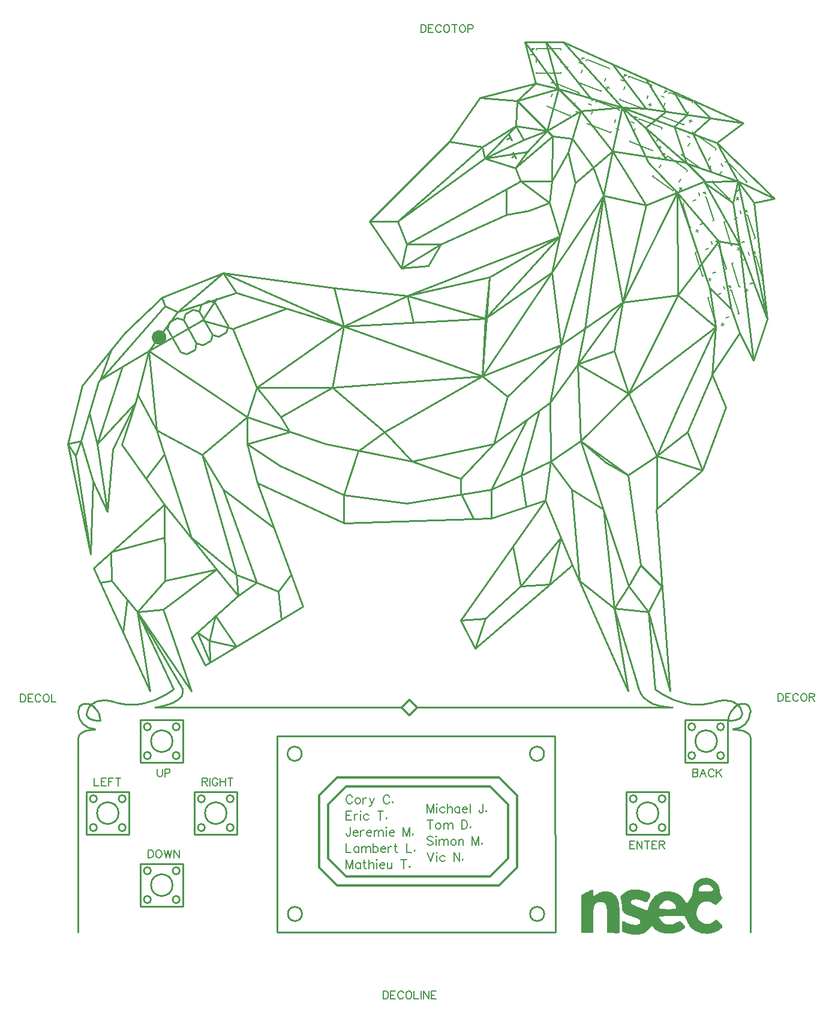
<source format=gto>
G04 Layer: TopSilkLayer*
G04 EasyEDA v6.4.17, 2021-02-25T15:28:36--5:00*
G04 aa3373424ab044808dd5acc0b6461e4b,072da06717534aa28f27f5ff42559d36,10*
G04 Gerber Generator version 0.2*
G04 Scale: 100 percent, Rotated: No, Reflected: No *
G04 Dimensions in inches *
G04 leading zeros omitted , absolute positions ,3 integer and 6 decimal *
%FSLAX36Y36*%
%MOIN*%

%ADD10C,0.0100*%
%ADD11C,0.0120*%
%ADD41C,0.0060*%
%ADD42C,0.0080*%
%ADD43C,0.0070*%

%LPD*%
G36*
X3597060Y540620D02*
G01*
X3592620Y540440D01*
X3588159Y540000D01*
X3583700Y539300D01*
X3579240Y538340D01*
X3574800Y537100D01*
X3570360Y535600D01*
X3565960Y533800D01*
X3561100Y531520D01*
X3556620Y529120D01*
X3552500Y526600D01*
X3548720Y523920D01*
X3545299Y521060D01*
X3542200Y518000D01*
X3539400Y514720D01*
X3536920Y511200D01*
X3535779Y509340D01*
X3533700Y505400D01*
X3531900Y501180D01*
X3530340Y496640D01*
X3529020Y491760D01*
X3527919Y486520D01*
X3527020Y480880D01*
X3526027Y471760D01*
X3557760Y471760D01*
X3557860Y473760D01*
X3558159Y475740D01*
X3558660Y477720D01*
X3559360Y479660D01*
X3560200Y481560D01*
X3561240Y483440D01*
X3562420Y485260D01*
X3563759Y487040D01*
X3565240Y488760D01*
X3566840Y490400D01*
X3568580Y491980D01*
X3570440Y493480D01*
X3572400Y494920D01*
X3574460Y496240D01*
X3576620Y497480D01*
X3578860Y498600D01*
X3581180Y499640D01*
X3583560Y500540D01*
X3586000Y501320D01*
X3588480Y501980D01*
X3591019Y502500D01*
X3593580Y502879D01*
X3596180Y503120D01*
X3598780Y503200D01*
X3601720Y503120D01*
X3604640Y502860D01*
X3607520Y502440D01*
X3610340Y501860D01*
X3613080Y501140D01*
X3615720Y500260D01*
X3618260Y499260D01*
X3620680Y498100D01*
X3622960Y496820D01*
X3625100Y495420D01*
X3627060Y493900D01*
X3628860Y492260D01*
X3632400Y488579D01*
X3635299Y485220D01*
X3637540Y482180D01*
X3638420Y480760D01*
X3639100Y479440D01*
X3639640Y478160D01*
X3639980Y476980D01*
X3640140Y475840D01*
X3640140Y474780D01*
X3639940Y473780D01*
X3639560Y472840D01*
X3639000Y471960D01*
X3638240Y471140D01*
X3637300Y470360D01*
X3636160Y469640D01*
X3634840Y468980D01*
X3633300Y468360D01*
X3629640Y467260D01*
X3625179Y466340D01*
X3619860Y465560D01*
X3613700Y464920D01*
X3606680Y464400D01*
X3598759Y463980D01*
X3588840Y463600D01*
X3580640Y463380D01*
X3573980Y463380D01*
X3568720Y463620D01*
X3564720Y464120D01*
X3563120Y464480D01*
X3561780Y464920D01*
X3560680Y465460D01*
X3559780Y466060D01*
X3559080Y466760D01*
X3558540Y467560D01*
X3558180Y468459D01*
X3557919Y469460D01*
X3557760Y471760D01*
X3526027Y471760D01*
X3525740Y468380D01*
X3525020Y462200D01*
X3524140Y456480D01*
X3523060Y451200D01*
X3521780Y446320D01*
X3520280Y441800D01*
X3519460Y439660D01*
X3517600Y435600D01*
X3515520Y431820D01*
X3513159Y428240D01*
X3507940Y421659D01*
X3505520Y418459D01*
X3503340Y415360D01*
X3501420Y412460D01*
X3499840Y409820D01*
X3498639Y407540D01*
X3497880Y405680D01*
X3497620Y404360D01*
X3497520Y402560D01*
X3497220Y401160D01*
X3496740Y400140D01*
X3496100Y399480D01*
X3495299Y399180D01*
X3494340Y399219D01*
X3493260Y399620D01*
X3492060Y400340D01*
X3490740Y401400D01*
X3489340Y402760D01*
X3487840Y404440D01*
X3486280Y406400D01*
X3483000Y411200D01*
X3481300Y414000D01*
X3478580Y418880D01*
X3476420Y422420D01*
X3474060Y425840D01*
X3471500Y429120D01*
X3468780Y432280D01*
X3465880Y435300D01*
X3462820Y438200D01*
X3459600Y440959D01*
X3456220Y443579D01*
X3452679Y446079D01*
X3449020Y448420D01*
X3445200Y450620D01*
X3441280Y452680D01*
X3437220Y454580D01*
X3433039Y456340D01*
X3428740Y457939D01*
X3424360Y459380D01*
X3419860Y460680D01*
X3415280Y461800D01*
X3410620Y462760D01*
X3405860Y463560D01*
X3401040Y464200D01*
X3396160Y464660D01*
X3391220Y464960D01*
X3386220Y465080D01*
X3381160Y465020D01*
X3376060Y464780D01*
X3370940Y464360D01*
X3365779Y463760D01*
X3360600Y462980D01*
X3356080Y462120D01*
X3352220Y461100D01*
X3348340Y459780D01*
X3344420Y458180D01*
X3340480Y456300D01*
X3336560Y454180D01*
X3332660Y451800D01*
X3328780Y449219D01*
X3324940Y446400D01*
X3321180Y443380D01*
X3317480Y440200D01*
X3313860Y436820D01*
X3310340Y433280D01*
X3306940Y429600D01*
X3303660Y425800D01*
X3300520Y421860D01*
X3297540Y417819D01*
X3294720Y413700D01*
X3292080Y409480D01*
X3289620Y405220D01*
X3287380Y400880D01*
X3285360Y396520D01*
X3283580Y392140D01*
X3282040Y387740D01*
X3278607Y376060D01*
X3338500Y376060D01*
X3338500Y377040D01*
X3338639Y378080D01*
X3338920Y379180D01*
X3339920Y381560D01*
X3341480Y384200D01*
X3343580Y387140D01*
X3346200Y390340D01*
X3349360Y393860D01*
X3353020Y397700D01*
X3356920Y401580D01*
X3360640Y404920D01*
X3364280Y407780D01*
X3367860Y410160D01*
X3371440Y412080D01*
X3373220Y412860D01*
X3376820Y414080D01*
X3378620Y414520D01*
X3382300Y415060D01*
X3384180Y415160D01*
X3388020Y415020D01*
X3391980Y414440D01*
X3394020Y413980D01*
X3398240Y412720D01*
X3402660Y411040D01*
X3407320Y408920D01*
X3409740Y407720D01*
X3412500Y406200D01*
X3415080Y404620D01*
X3417480Y402980D01*
X3419660Y401260D01*
X3421680Y399480D01*
X3423500Y397620D01*
X3425140Y395680D01*
X3426600Y393660D01*
X3427880Y391560D01*
X3428980Y389380D01*
X3429920Y387100D01*
X3430680Y384720D01*
X3431259Y382260D01*
X3431680Y379700D01*
X3431920Y377020D01*
X3432000Y374260D01*
X3431920Y373380D01*
X3431680Y372560D01*
X3431280Y371800D01*
X3430680Y371100D01*
X3429860Y370480D01*
X3428860Y369900D01*
X3427620Y369360D01*
X3424420Y368459D01*
X3420179Y367760D01*
X3414800Y367220D01*
X3408180Y366860D01*
X3400200Y366620D01*
X3381620Y366500D01*
X3367820Y366780D01*
X3361960Y367100D01*
X3356780Y367520D01*
X3352280Y368100D01*
X3348420Y368820D01*
X3345220Y369700D01*
X3342660Y370780D01*
X3341600Y371380D01*
X3340700Y372020D01*
X3339960Y372720D01*
X3339380Y373480D01*
X3338940Y374280D01*
X3338639Y375140D01*
X3338500Y376060D01*
X3278607Y376060D01*
X3273039Y356880D01*
X3221760Y378260D01*
X3213260Y381900D01*
X3205980Y385140D01*
X3199820Y388060D01*
X3194720Y390680D01*
X3190580Y393080D01*
X3187320Y395300D01*
X3184860Y397420D01*
X3183920Y398459D01*
X3183140Y399480D01*
X3182520Y400520D01*
X3182040Y401560D01*
X3181720Y402600D01*
X3181520Y403660D01*
X3181420Y404760D01*
X3181580Y407060D01*
X3181860Y408440D01*
X3182320Y409720D01*
X3182919Y410940D01*
X3183680Y412100D01*
X3184600Y413180D01*
X3185659Y414180D01*
X3186840Y415120D01*
X3188159Y416000D01*
X3189600Y416780D01*
X3191180Y417500D01*
X3192840Y418140D01*
X3196500Y419200D01*
X3200560Y419940D01*
X3204920Y420379D01*
X3209580Y420500D01*
X3214480Y420300D01*
X3219560Y419780D01*
X3224780Y418920D01*
X3230100Y417740D01*
X3235460Y416220D01*
X3240820Y414340D01*
X3252679Y409500D01*
X3257600Y407680D01*
X3261760Y406460D01*
X3263580Y406079D01*
X3265240Y405860D01*
X3266780Y405820D01*
X3268200Y405959D01*
X3269540Y406260D01*
X3270779Y406760D01*
X3271980Y407460D01*
X3273120Y408340D01*
X3274220Y409440D01*
X3275320Y410740D01*
X3277559Y413980D01*
X3279940Y418120D01*
X3285260Y428440D01*
X3287280Y432720D01*
X3288900Y436599D01*
X3290040Y440080D01*
X3290440Y441680D01*
X3290700Y443220D01*
X3290840Y444680D01*
X3290840Y446060D01*
X3290720Y447380D01*
X3290440Y448640D01*
X3290040Y449840D01*
X3289480Y451000D01*
X3288759Y452100D01*
X3287880Y453180D01*
X3286860Y454219D01*
X3285680Y455240D01*
X3284320Y456220D01*
X3281080Y458140D01*
X3277140Y460040D01*
X3272460Y461940D01*
X3267020Y463900D01*
X3260760Y465940D01*
X3253680Y468120D01*
X3248039Y469739D01*
X3242460Y471160D01*
X3236980Y472400D01*
X3231560Y473459D01*
X3226220Y474340D01*
X3220980Y475020D01*
X3215800Y475520D01*
X3210720Y475840D01*
X3205740Y475980D01*
X3200820Y475920D01*
X3196019Y475700D01*
X3191280Y475280D01*
X3186660Y474660D01*
X3182120Y473880D01*
X3177679Y472920D01*
X3173340Y471760D01*
X3169100Y470420D01*
X3164960Y468920D01*
X3160940Y467220D01*
X3157000Y465340D01*
X3153180Y463280D01*
X3149480Y461019D01*
X3145880Y458600D01*
X3142380Y456000D01*
X3139000Y453220D01*
X3135740Y450260D01*
X3132919Y447480D01*
X3130520Y444960D01*
X3128519Y442640D01*
X3126920Y440480D01*
X3125700Y438400D01*
X3124820Y436380D01*
X3124280Y434380D01*
X3124080Y432340D01*
X3124180Y430220D01*
X3124580Y427980D01*
X3125240Y425540D01*
X3126700Y421400D01*
X3127679Y417740D01*
X3128600Y413320D01*
X3129400Y408320D01*
X3130100Y402900D01*
X3130640Y397200D01*
X3131019Y391440D01*
X3131240Y385720D01*
X3131280Y380360D01*
X3131540Y375460D01*
X3131740Y373140D01*
X3132380Y368680D01*
X3133320Y364540D01*
X3133880Y362560D01*
X3135280Y358780D01*
X3137000Y355260D01*
X3137980Y353579D01*
X3140220Y350379D01*
X3142840Y347360D01*
X3145860Y344540D01*
X3147520Y343180D01*
X3151160Y340560D01*
X3155240Y338080D01*
X3159760Y335720D01*
X3164780Y333420D01*
X3170260Y331220D01*
X3176259Y329060D01*
X3182799Y326940D01*
X3190400Y324660D01*
X3198000Y322260D01*
X3204780Y320000D01*
X3210740Y317820D01*
X3215920Y315680D01*
X3220380Y313600D01*
X3224140Y311520D01*
X3225779Y310480D01*
X3228580Y308360D01*
X3229740Y307300D01*
X3230779Y306200D01*
X3231660Y305100D01*
X3232420Y303960D01*
X3233039Y302800D01*
X3233519Y301600D01*
X3233900Y300380D01*
X3234160Y299120D01*
X3234300Y297840D01*
X3234280Y295100D01*
X3234120Y293680D01*
X3233840Y292280D01*
X3233380Y290960D01*
X3232780Y289700D01*
X3232040Y288520D01*
X3231139Y287400D01*
X3230120Y286360D01*
X3228960Y285380D01*
X3227660Y284480D01*
X3226259Y283660D01*
X3224720Y282900D01*
X3221340Y281600D01*
X3219500Y281060D01*
X3215539Y280200D01*
X3211240Y279660D01*
X3208960Y279480D01*
X3204240Y279380D01*
X3199300Y279580D01*
X3194180Y280080D01*
X3188900Y280880D01*
X3183540Y282000D01*
X3178120Y283420D01*
X3172700Y285160D01*
X3167320Y287240D01*
X3162020Y289620D01*
X3155720Y292600D01*
X3144480Y297580D01*
X3140080Y299340D01*
X3136820Y300480D01*
X3135720Y300780D01*
X3135000Y300880D01*
X3134500Y300600D01*
X3134000Y299820D01*
X3133540Y298540D01*
X3133120Y296840D01*
X3132360Y292200D01*
X3131780Y286220D01*
X3131400Y279160D01*
X3131259Y271320D01*
X3131259Y241759D01*
X3159520Y232160D01*
X3164880Y230520D01*
X3170200Y229060D01*
X3175500Y227800D01*
X3180740Y226740D01*
X3185960Y225859D01*
X3191120Y225180D01*
X3196220Y224680D01*
X3201259Y224380D01*
X3206259Y224259D01*
X3211180Y224320D01*
X3216019Y224579D01*
X3220800Y225000D01*
X3225500Y225620D01*
X3230120Y226439D01*
X3234660Y227420D01*
X3239100Y228600D01*
X3243440Y229940D01*
X3247679Y231480D01*
X3251820Y233180D01*
X3255840Y235080D01*
X3259760Y237140D01*
X3263560Y239380D01*
X3267240Y241820D01*
X3270800Y244420D01*
X3274220Y247180D01*
X3277500Y250140D01*
X3280659Y253260D01*
X3299140Y273480D01*
X3310920Y260280D01*
X3313880Y257340D01*
X3317040Y254560D01*
X3320380Y251940D01*
X3323920Y249460D01*
X3327620Y247140D01*
X3331480Y244960D01*
X3335480Y242940D01*
X3339620Y241080D01*
X3343880Y239360D01*
X3348260Y237800D01*
X3352740Y236400D01*
X3357320Y235140D01*
X3361960Y234040D01*
X3366700Y233100D01*
X3371480Y232300D01*
X3376320Y231660D01*
X3381180Y231160D01*
X3386080Y230840D01*
X3391000Y230660D01*
X3395920Y230620D01*
X3400820Y230760D01*
X3405720Y231040D01*
X3410580Y231460D01*
X3415419Y232060D01*
X3420200Y232800D01*
X3424900Y233680D01*
X3429560Y234740D01*
X3434120Y235940D01*
X3438580Y237300D01*
X3442940Y238800D01*
X3447200Y240460D01*
X3451320Y242280D01*
X3455299Y244259D01*
X3459120Y246380D01*
X3462799Y248660D01*
X3466300Y251100D01*
X3469640Y253700D01*
X3472760Y256439D01*
X3475680Y259340D01*
X3478680Y262680D01*
X3481180Y265820D01*
X3482080Y267200D01*
X3482720Y268500D01*
X3483100Y269740D01*
X3483200Y270960D01*
X3483020Y272220D01*
X3482559Y273520D01*
X3481820Y274900D01*
X3480760Y276420D01*
X3477679Y279920D01*
X3473320Y284300D01*
X3454620Y302220D01*
X3426800Y288780D01*
X3421600Y286560D01*
X3416520Y284680D01*
X3411580Y283180D01*
X3409140Y282540D01*
X3404380Y281560D01*
X3399760Y280940D01*
X3395240Y280680D01*
X3393020Y280680D01*
X3388700Y280960D01*
X3386580Y281220D01*
X3384480Y281580D01*
X3380380Y282580D01*
X3378360Y283200D01*
X3374420Y284740D01*
X3370600Y286620D01*
X3366880Y288880D01*
X3363279Y291480D01*
X3359760Y294460D01*
X3356360Y297800D01*
X3353039Y301480D01*
X3349340Y306080D01*
X3346000Y310560D01*
X3343159Y314720D01*
X3340960Y318340D01*
X3340140Y319900D01*
X3339540Y321240D01*
X3339180Y322340D01*
X3339040Y323180D01*
X3339160Y323480D01*
X3340080Y324060D01*
X3341900Y324620D01*
X3344520Y325160D01*
X3347940Y325660D01*
X3356900Y326560D01*
X3368380Y327299D01*
X3382000Y327819D01*
X3397340Y328140D01*
X3405520Y328220D01*
X3480419Y328220D01*
X3494880Y296700D01*
X3497060Y292340D01*
X3499360Y288100D01*
X3501800Y284020D01*
X3504360Y280080D01*
X3507040Y276280D01*
X3509820Y272620D01*
X3512740Y269120D01*
X3515760Y265740D01*
X3518920Y262520D01*
X3522160Y259460D01*
X3525539Y256520D01*
X3529020Y253740D01*
X3532600Y251119D01*
X3536300Y248619D01*
X3540100Y246300D01*
X3544020Y244120D01*
X3548020Y242100D01*
X3552140Y240219D01*
X3556360Y238500D01*
X3560680Y236920D01*
X3565100Y235520D01*
X3569600Y234259D01*
X3574220Y233160D01*
X3578920Y232220D01*
X3583720Y231439D01*
X3588620Y230820D01*
X3593600Y230360D01*
X3598660Y230060D01*
X3603820Y229920D01*
X3608759Y229960D01*
X3613519Y230240D01*
X3618380Y230760D01*
X3623320Y231500D01*
X3628300Y232460D01*
X3633300Y233640D01*
X3638279Y235000D01*
X3643220Y236560D01*
X3648100Y238280D01*
X3652860Y240140D01*
X3657480Y242180D01*
X3661960Y244340D01*
X3666220Y246620D01*
X3670260Y249000D01*
X3674040Y251500D01*
X3677540Y254080D01*
X3680720Y256720D01*
X3683560Y259440D01*
X3686440Y262640D01*
X3688920Y265800D01*
X3689780Y267200D01*
X3690380Y268540D01*
X3690700Y269840D01*
X3690720Y271160D01*
X3690440Y272520D01*
X3689860Y273940D01*
X3688940Y275500D01*
X3687700Y277200D01*
X3686100Y279080D01*
X3681820Y283600D01*
X3657660Y307080D01*
X3636820Y294400D01*
X3632200Y291900D01*
X3627679Y289760D01*
X3623220Y287980D01*
X3618860Y286560D01*
X3614560Y285520D01*
X3610320Y284820D01*
X3606160Y284500D01*
X3604100Y284460D01*
X3600020Y284680D01*
X3598000Y284920D01*
X3594020Y285680D01*
X3592040Y286200D01*
X3588120Y287520D01*
X3584240Y289200D01*
X3582320Y290160D01*
X3578519Y292400D01*
X3574740Y294980D01*
X3570980Y297940D01*
X3567280Y301260D01*
X3563220Y305300D01*
X3559340Y309460D01*
X3556100Y313340D01*
X3554680Y315200D01*
X3553420Y317040D01*
X3552300Y318860D01*
X3551300Y320680D01*
X3550419Y322500D01*
X3549640Y324360D01*
X3548980Y326240D01*
X3547960Y330220D01*
X3547300Y334520D01*
X3546940Y339280D01*
X3546840Y344600D01*
X3546960Y349640D01*
X3547360Y354500D01*
X3548000Y359200D01*
X3548900Y363740D01*
X3550020Y368080D01*
X3551360Y372260D01*
X3552919Y376240D01*
X3554700Y380020D01*
X3556680Y383600D01*
X3558840Y386980D01*
X3561180Y390140D01*
X3563700Y393100D01*
X3566400Y395840D01*
X3569240Y398340D01*
X3572240Y400620D01*
X3575360Y402660D01*
X3578620Y404460D01*
X3582020Y406019D01*
X3585520Y407320D01*
X3589120Y408360D01*
X3592820Y409140D01*
X3596620Y409660D01*
X3600480Y409920D01*
X3604420Y409880D01*
X3608420Y409580D01*
X3612480Y408980D01*
X3616580Y408080D01*
X3620720Y406900D01*
X3624880Y405400D01*
X3629080Y403600D01*
X3633279Y401480D01*
X3637460Y399060D01*
X3655580Y387860D01*
X3677679Y411980D01*
X3682720Y417700D01*
X3684700Y420120D01*
X3686340Y422280D01*
X3687660Y424240D01*
X3688639Y425980D01*
X3689340Y427580D01*
X3689720Y429060D01*
X3689840Y430460D01*
X3689680Y431780D01*
X3689260Y433100D01*
X3688580Y434400D01*
X3687679Y435760D01*
X3686560Y437200D01*
X3685200Y438740D01*
X3684060Y440200D01*
X3682940Y442020D01*
X3681840Y444120D01*
X3680800Y446480D01*
X3679820Y449080D01*
X3678920Y451860D01*
X3678100Y454780D01*
X3677380Y457819D01*
X3676760Y460920D01*
X3676280Y464040D01*
X3675899Y467180D01*
X3675539Y472540D01*
X3675040Y477040D01*
X3674260Y481420D01*
X3673220Y485700D01*
X3671940Y489860D01*
X3670400Y493900D01*
X3668639Y497819D01*
X3666640Y501599D01*
X3664440Y505240D01*
X3662040Y508740D01*
X3659440Y512080D01*
X3656660Y515260D01*
X3653700Y518300D01*
X3650580Y521160D01*
X3647300Y523840D01*
X3643860Y526360D01*
X3640299Y528680D01*
X3636620Y530820D01*
X3632799Y532760D01*
X3628900Y534500D01*
X3624880Y536040D01*
X3620779Y537360D01*
X3616600Y538480D01*
X3612340Y539360D01*
X3608039Y540020D01*
X3603680Y540440D01*
X3599280Y540620D01*
G37*
G36*
X2968580Y475520D02*
G01*
X2967180Y475160D01*
X2964720Y474260D01*
X2957260Y471040D01*
X2947240Y466360D01*
X2935779Y460720D01*
X2907060Y446260D01*
X2907060Y235260D01*
X2972679Y235260D01*
X2972700Y317460D01*
X2972900Y334720D01*
X2973340Y349580D01*
X2973680Y356180D01*
X2974120Y362220D01*
X2974640Y367760D01*
X2975280Y372819D01*
X2976040Y377400D01*
X2976920Y381540D01*
X2977919Y385240D01*
X2979080Y388540D01*
X2980380Y391480D01*
X2981840Y394040D01*
X2983480Y396260D01*
X2985280Y398180D01*
X2987280Y399799D01*
X2989460Y401140D01*
X2991840Y402239D01*
X2994440Y403100D01*
X2997260Y403760D01*
X3000299Y404240D01*
X3003580Y404560D01*
X3007100Y404720D01*
X3010880Y404780D01*
X3018519Y404620D01*
X3021940Y404400D01*
X3025080Y404040D01*
X3027980Y403519D01*
X3030640Y402800D01*
X3033080Y401900D01*
X3035280Y400740D01*
X3037280Y399340D01*
X3039080Y397660D01*
X3040700Y395660D01*
X3042140Y393340D01*
X3043399Y390660D01*
X3044520Y387580D01*
X3045480Y384099D01*
X3046300Y380200D01*
X3047000Y375840D01*
X3047580Y371000D01*
X3048039Y365640D01*
X3048420Y359760D01*
X3048720Y353320D01*
X3049080Y338680D01*
X3049220Y321520D01*
X3049240Y236280D01*
X3083900Y233860D01*
X3096139Y233280D01*
X3101580Y233140D01*
X3106420Y233120D01*
X3110460Y233200D01*
X3113580Y233400D01*
X3115640Y233700D01*
X3116220Y233900D01*
X3116480Y234100D01*
X3116960Y234960D01*
X3117420Y236380D01*
X3117840Y238359D01*
X3118580Y243780D01*
X3119180Y251020D01*
X3119640Y259800D01*
X3119960Y269860D01*
X3120179Y281000D01*
X3120260Y292940D01*
X3120220Y305460D01*
X3120000Y321500D01*
X3119680Y334380D01*
X3119260Y347040D01*
X3118720Y359200D01*
X3118080Y370660D01*
X3117320Y381140D01*
X3116460Y390400D01*
X3115500Y398200D01*
X3114440Y404300D01*
X3113180Y409620D01*
X3111700Y414700D01*
X3110040Y419540D01*
X3108159Y424140D01*
X3106100Y428519D01*
X3103840Y432640D01*
X3101380Y436500D01*
X3098720Y440140D01*
X3095860Y443540D01*
X3092820Y446680D01*
X3089580Y449580D01*
X3086160Y452220D01*
X3082540Y454620D01*
X3078740Y456780D01*
X3074740Y458680D01*
X3070560Y460319D01*
X3066200Y461719D01*
X3061640Y462879D01*
X3056900Y463780D01*
X3051980Y464420D01*
X3046880Y464799D01*
X3041600Y464920D01*
X3035299Y464820D01*
X3029520Y464500D01*
X3024180Y463920D01*
X3019200Y463100D01*
X3016800Y462580D01*
X3012220Y461320D01*
X3007799Y459739D01*
X3003480Y457819D01*
X2999180Y455540D01*
X2994820Y452900D01*
X2972679Y437920D01*
X2972679Y456880D01*
X2972600Y460680D01*
X2972360Y464219D01*
X2971980Y467420D01*
X2971480Y470180D01*
X2970880Y472460D01*
X2970179Y474159D01*
X2969400Y475200D01*
G37*
D42*
X1634099Y989099D02*
G01*
X1631800Y993600D01*
X1627299Y998200D01*
X1622700Y1000500D01*
X1613599Y1000500D01*
X1609099Y998200D01*
X1604499Y993600D01*
X1602299Y989099D01*
X1600000Y982300D01*
X1600000Y970900D01*
X1602299Y964099D01*
X1604499Y959499D01*
X1609099Y955000D01*
X1613599Y952699D01*
X1622700Y952699D01*
X1627299Y955000D01*
X1631800Y959499D01*
X1634099Y964099D01*
X1660500Y984499D02*
G01*
X1655900Y982300D01*
X1651400Y977699D01*
X1649099Y970900D01*
X1649099Y966399D01*
X1651400Y959499D01*
X1655900Y955000D01*
X1660500Y952699D01*
X1667299Y952699D01*
X1671800Y955000D01*
X1676400Y959499D01*
X1678599Y966399D01*
X1678599Y970900D01*
X1676400Y977699D01*
X1671800Y982300D01*
X1667299Y984499D01*
X1660500Y984499D01*
X1693599Y984499D02*
G01*
X1693599Y952699D01*
X1693599Y970900D02*
G01*
X1695900Y977699D01*
X1700500Y982300D01*
X1705000Y984499D01*
X1711800Y984499D01*
X1729099Y984499D02*
G01*
X1742700Y952699D01*
X1756400Y984499D02*
G01*
X1742700Y952699D01*
X1738199Y943600D01*
X1733599Y939099D01*
X1729099Y936799D01*
X1726800Y936799D01*
X1840500Y989099D02*
G01*
X1838199Y993600D01*
X1833599Y998200D01*
X1829099Y1000500D01*
X1820000Y1000500D01*
X1815500Y998200D01*
X1810900Y993600D01*
X1808599Y989099D01*
X1806400Y982300D01*
X1806400Y970900D01*
X1808599Y964099D01*
X1810900Y959499D01*
X1815500Y955000D01*
X1820000Y952699D01*
X1829099Y952699D01*
X1833599Y955000D01*
X1838199Y959499D01*
X1840500Y964099D01*
X1857700Y964099D02*
G01*
X1855500Y961799D01*
X1857700Y959499D01*
X1860000Y961799D01*
X1857700Y964099D01*
X1600000Y910500D02*
G01*
X1600000Y862699D01*
X1600000Y910500D02*
G01*
X1629499Y910500D01*
X1600000Y887699D02*
G01*
X1618199Y887699D01*
X1600000Y862699D02*
G01*
X1629499Y862699D01*
X1644499Y894499D02*
G01*
X1644499Y862699D01*
X1644499Y880900D02*
G01*
X1646800Y887699D01*
X1651400Y892300D01*
X1655900Y894499D01*
X1662700Y894499D01*
X1677700Y910500D02*
G01*
X1680000Y908200D01*
X1682299Y910500D01*
X1680000Y912699D01*
X1677700Y910500D01*
X1680000Y894499D02*
G01*
X1680000Y862699D01*
X1724499Y887699D02*
G01*
X1720000Y892300D01*
X1715500Y894499D01*
X1708599Y894499D01*
X1704099Y892300D01*
X1699499Y887699D01*
X1697299Y880900D01*
X1697299Y876399D01*
X1699499Y869499D01*
X1704099Y865000D01*
X1708599Y862699D01*
X1715500Y862699D01*
X1720000Y865000D01*
X1724499Y869499D01*
X1790500Y910500D02*
G01*
X1790500Y862699D01*
X1774499Y910500D02*
G01*
X1806400Y910500D01*
X1823599Y874099D02*
G01*
X1821400Y871799D01*
X1823599Y869499D01*
X1825900Y871799D01*
X1823599Y874099D01*
X1622700Y820500D02*
G01*
X1622700Y784099D01*
X1620500Y777300D01*
X1618199Y775000D01*
X1613599Y772699D01*
X1609099Y772699D01*
X1604499Y775000D01*
X1602299Y777300D01*
X1600000Y784099D01*
X1600000Y788600D01*
X1637700Y790900D02*
G01*
X1665000Y790900D01*
X1665000Y795500D01*
X1662700Y800000D01*
X1660500Y802300D01*
X1655900Y804499D01*
X1649099Y804499D01*
X1644499Y802300D01*
X1640000Y797699D01*
X1637700Y790900D01*
X1637700Y786399D01*
X1640000Y779499D01*
X1644499Y775000D01*
X1649099Y772699D01*
X1655900Y772699D01*
X1660500Y775000D01*
X1665000Y779499D01*
X1680000Y804499D02*
G01*
X1680000Y772699D01*
X1680000Y790900D02*
G01*
X1682299Y797699D01*
X1686800Y802300D01*
X1691400Y804499D01*
X1698199Y804499D01*
X1713199Y790900D02*
G01*
X1740500Y790900D01*
X1740500Y795500D01*
X1738199Y800000D01*
X1735900Y802300D01*
X1731400Y804499D01*
X1724499Y804499D01*
X1720000Y802300D01*
X1715500Y797699D01*
X1713199Y790900D01*
X1713199Y786399D01*
X1715500Y779499D01*
X1720000Y775000D01*
X1724499Y772699D01*
X1731400Y772699D01*
X1735900Y775000D01*
X1740500Y779499D01*
X1755500Y804499D02*
G01*
X1755500Y772699D01*
X1755500Y795500D02*
G01*
X1762299Y802300D01*
X1766800Y804499D01*
X1773599Y804499D01*
X1778199Y802300D01*
X1780500Y795500D01*
X1780500Y772699D01*
X1780500Y795500D02*
G01*
X1787299Y802300D01*
X1791800Y804499D01*
X1798599Y804499D01*
X1803199Y802300D01*
X1805500Y795500D01*
X1805500Y772699D01*
X1820500Y820500D02*
G01*
X1822700Y818200D01*
X1825000Y820500D01*
X1822700Y822699D01*
X1820500Y820500D01*
X1822700Y804499D02*
G01*
X1822700Y772699D01*
X1840000Y790900D02*
G01*
X1867299Y790900D01*
X1867299Y795500D01*
X1865000Y800000D01*
X1862700Y802300D01*
X1858199Y804499D01*
X1851400Y804499D01*
X1846800Y802300D01*
X1842299Y797699D01*
X1840000Y790900D01*
X1840000Y786399D01*
X1842299Y779499D01*
X1846800Y775000D01*
X1851400Y772699D01*
X1858199Y772699D01*
X1862700Y775000D01*
X1867299Y779499D01*
X1917299Y820500D02*
G01*
X1917299Y772699D01*
X1917299Y820500D02*
G01*
X1935500Y772699D01*
X1953599Y820500D02*
G01*
X1935500Y772699D01*
X1953599Y820500D02*
G01*
X1953599Y772699D01*
X1970900Y784099D02*
G01*
X1968599Y781799D01*
X1970900Y779499D01*
X1973199Y781799D01*
X1970900Y784099D01*
X1600000Y730500D02*
G01*
X1600000Y682699D01*
X1600000Y682699D02*
G01*
X1627299Y682699D01*
X1669499Y714499D02*
G01*
X1669499Y682699D01*
X1669499Y707699D02*
G01*
X1665000Y712300D01*
X1660500Y714499D01*
X1653599Y714499D01*
X1649099Y712300D01*
X1644499Y707699D01*
X1642299Y700900D01*
X1642299Y696399D01*
X1644499Y689499D01*
X1649099Y685000D01*
X1653599Y682699D01*
X1660500Y682699D01*
X1665000Y685000D01*
X1669499Y689499D01*
X1684499Y714499D02*
G01*
X1684499Y682699D01*
X1684499Y705500D02*
G01*
X1691400Y712300D01*
X1695900Y714499D01*
X1702700Y714499D01*
X1707299Y712300D01*
X1709499Y705500D01*
X1709499Y682699D01*
X1709499Y705500D02*
G01*
X1716400Y712300D01*
X1720900Y714499D01*
X1727700Y714499D01*
X1732299Y712300D01*
X1734499Y705500D01*
X1734499Y682699D01*
X1749499Y730500D02*
G01*
X1749499Y682699D01*
X1749499Y707699D02*
G01*
X1754099Y712300D01*
X1758599Y714499D01*
X1765500Y714499D01*
X1770000Y712300D01*
X1774499Y707699D01*
X1776800Y700900D01*
X1776800Y696399D01*
X1774499Y689499D01*
X1770000Y685000D01*
X1765500Y682699D01*
X1758599Y682699D01*
X1754099Y685000D01*
X1749499Y689499D01*
X1791800Y700900D02*
G01*
X1819099Y700900D01*
X1819099Y705500D01*
X1816800Y710000D01*
X1814499Y712300D01*
X1810000Y714499D01*
X1803199Y714499D01*
X1798599Y712300D01*
X1794099Y707699D01*
X1791800Y700900D01*
X1791800Y696399D01*
X1794099Y689499D01*
X1798599Y685000D01*
X1803199Y682699D01*
X1810000Y682699D01*
X1814499Y685000D01*
X1819099Y689499D01*
X1834099Y714499D02*
G01*
X1834099Y682699D01*
X1834099Y700900D02*
G01*
X1836400Y707699D01*
X1840900Y712300D01*
X1845500Y714499D01*
X1852299Y714499D01*
X1874099Y730500D02*
G01*
X1874099Y691799D01*
X1876400Y685000D01*
X1880900Y682699D01*
X1885500Y682699D01*
X1867299Y714499D02*
G01*
X1883199Y714499D01*
X1935500Y730500D02*
G01*
X1935500Y682699D01*
X1935500Y682699D02*
G01*
X1962700Y682699D01*
X1980000Y694099D02*
G01*
X1977700Y691799D01*
X1980000Y689499D01*
X1982299Y691799D01*
X1980000Y694099D01*
X1600000Y640500D02*
G01*
X1600000Y592699D01*
X1600000Y640500D02*
G01*
X1618199Y592699D01*
X1636400Y640500D02*
G01*
X1618199Y592699D01*
X1636400Y640500D02*
G01*
X1636400Y592699D01*
X1678599Y624499D02*
G01*
X1678599Y592699D01*
X1678599Y617699D02*
G01*
X1674099Y622300D01*
X1669499Y624499D01*
X1662700Y624499D01*
X1658199Y622300D01*
X1653599Y617699D01*
X1651400Y610900D01*
X1651400Y606399D01*
X1653599Y599499D01*
X1658199Y595000D01*
X1662700Y592699D01*
X1669499Y592699D01*
X1674099Y595000D01*
X1678599Y599499D01*
X1700500Y640500D02*
G01*
X1700500Y601799D01*
X1702700Y595000D01*
X1707299Y592699D01*
X1711800Y592699D01*
X1693599Y624499D02*
G01*
X1709499Y624499D01*
X1726800Y640500D02*
G01*
X1726800Y592699D01*
X1726800Y615500D02*
G01*
X1733599Y622300D01*
X1738199Y624499D01*
X1745000Y624499D01*
X1749499Y622300D01*
X1751800Y615500D01*
X1751800Y592699D01*
X1766800Y640500D02*
G01*
X1769099Y638200D01*
X1771400Y640500D01*
X1769099Y642699D01*
X1766800Y640500D01*
X1769099Y624499D02*
G01*
X1769099Y592699D01*
X1786400Y610900D02*
G01*
X1813599Y610900D01*
X1813599Y615500D01*
X1811400Y620000D01*
X1809099Y622300D01*
X1804499Y624499D01*
X1797700Y624499D01*
X1793199Y622300D01*
X1788599Y617699D01*
X1786400Y610900D01*
X1786400Y606399D01*
X1788599Y599499D01*
X1793199Y595000D01*
X1797700Y592699D01*
X1804499Y592699D01*
X1809099Y595000D01*
X1813599Y599499D01*
X1828599Y624499D02*
G01*
X1828599Y601799D01*
X1830900Y595000D01*
X1835500Y592699D01*
X1842299Y592699D01*
X1846800Y595000D01*
X1853599Y601799D01*
X1853599Y624499D02*
G01*
X1853599Y592699D01*
X1919499Y640500D02*
G01*
X1919499Y592699D01*
X1903599Y640500D02*
G01*
X1935500Y640500D01*
X1952700Y604099D02*
G01*
X1950500Y601799D01*
X1952700Y599499D01*
X1955000Y601799D01*
X1952700Y604099D01*
X2050000Y950500D02*
G01*
X2050000Y902699D01*
X2050000Y950500D02*
G01*
X2068199Y902699D01*
X2086400Y950500D02*
G01*
X2068199Y902699D01*
X2086400Y950500D02*
G01*
X2086400Y902699D01*
X2101400Y950500D02*
G01*
X2103599Y948200D01*
X2105900Y950500D01*
X2103599Y952699D01*
X2101400Y950500D01*
X2103599Y934499D02*
G01*
X2103599Y902699D01*
X2148199Y927699D02*
G01*
X2143599Y932300D01*
X2139099Y934499D01*
X2132299Y934499D01*
X2127700Y932300D01*
X2123199Y927699D01*
X2120900Y920900D01*
X2120900Y916399D01*
X2123199Y909499D01*
X2127700Y905000D01*
X2132299Y902699D01*
X2139099Y902699D01*
X2143599Y905000D01*
X2148199Y909499D01*
X2163199Y950500D02*
G01*
X2163199Y902699D01*
X2163199Y925500D02*
G01*
X2170000Y932300D01*
X2174499Y934499D01*
X2181400Y934499D01*
X2185900Y932300D01*
X2188199Y925500D01*
X2188199Y902699D01*
X2230500Y934499D02*
G01*
X2230500Y902699D01*
X2230500Y927699D02*
G01*
X2225900Y932300D01*
X2221400Y934499D01*
X2214499Y934499D01*
X2210000Y932300D01*
X2205500Y927699D01*
X2203199Y920900D01*
X2203199Y916399D01*
X2205500Y909499D01*
X2210000Y905000D01*
X2214499Y902699D01*
X2221400Y902699D01*
X2225900Y905000D01*
X2230500Y909499D01*
X2245500Y920900D02*
G01*
X2272700Y920900D01*
X2272700Y925500D01*
X2270500Y930000D01*
X2268199Y932300D01*
X2263599Y934499D01*
X2256800Y934499D01*
X2252299Y932300D01*
X2247700Y927699D01*
X2245500Y920900D01*
X2245500Y916399D01*
X2247700Y909499D01*
X2252299Y905000D01*
X2256800Y902699D01*
X2263599Y902699D01*
X2268199Y905000D01*
X2272700Y909499D01*
X2287700Y950500D02*
G01*
X2287700Y902699D01*
X2360500Y950500D02*
G01*
X2360500Y914099D01*
X2358199Y907300D01*
X2355900Y905000D01*
X2351400Y902699D01*
X2346800Y902699D01*
X2342299Y905000D01*
X2340000Y907300D01*
X2337700Y914099D01*
X2337700Y918600D01*
X2377700Y914099D02*
G01*
X2375500Y911799D01*
X2377700Y909499D01*
X2380000Y911799D01*
X2377700Y914099D01*
X2065900Y860500D02*
G01*
X2065900Y812699D01*
X2050000Y860500D02*
G01*
X2081800Y860500D01*
X2108199Y844499D02*
G01*
X2103599Y842300D01*
X2099099Y837699D01*
X2096800Y830900D01*
X2096800Y826399D01*
X2099099Y819499D01*
X2103599Y815000D01*
X2108199Y812699D01*
X2115000Y812699D01*
X2119499Y815000D01*
X2124099Y819499D01*
X2126400Y826399D01*
X2126400Y830900D01*
X2124099Y837699D01*
X2119499Y842300D01*
X2115000Y844499D01*
X2108199Y844499D01*
X2141400Y844499D02*
G01*
X2141400Y812699D01*
X2141400Y835500D02*
G01*
X2148199Y842300D01*
X2152700Y844499D01*
X2159499Y844499D01*
X2164099Y842300D01*
X2166400Y835500D01*
X2166400Y812699D01*
X2166400Y835500D02*
G01*
X2173199Y842300D01*
X2177700Y844499D01*
X2184499Y844499D01*
X2189099Y842300D01*
X2191400Y835500D01*
X2191400Y812699D01*
X2241400Y860500D02*
G01*
X2241400Y812699D01*
X2241400Y860500D02*
G01*
X2257299Y860500D01*
X2264099Y858200D01*
X2268599Y853600D01*
X2270900Y849099D01*
X2273199Y842300D01*
X2273199Y830900D01*
X2270900Y824099D01*
X2268599Y819499D01*
X2264099Y815000D01*
X2257299Y812699D01*
X2241400Y812699D01*
X2290500Y824099D02*
G01*
X2288199Y821799D01*
X2290500Y819499D01*
X2292700Y821799D01*
X2290500Y824099D01*
X2081800Y763600D02*
G01*
X2077299Y768200D01*
X2070500Y770500D01*
X2061400Y770500D01*
X2054499Y768200D01*
X2050000Y763600D01*
X2050000Y759099D01*
X2052299Y754499D01*
X2054499Y752300D01*
X2059099Y750000D01*
X2072700Y745500D01*
X2077299Y743200D01*
X2079499Y740900D01*
X2081800Y736399D01*
X2081800Y729499D01*
X2077299Y725000D01*
X2070500Y722699D01*
X2061400Y722699D01*
X2054499Y725000D01*
X2050000Y729499D01*
X2096800Y770500D02*
G01*
X2099099Y768200D01*
X2101400Y770500D01*
X2099099Y772699D01*
X2096800Y770500D01*
X2099099Y754499D02*
G01*
X2099099Y722699D01*
X2116400Y754499D02*
G01*
X2116400Y722699D01*
X2116400Y745500D02*
G01*
X2123199Y752300D01*
X2127700Y754499D01*
X2134499Y754499D01*
X2139099Y752300D01*
X2141400Y745500D01*
X2141400Y722699D01*
X2141400Y745500D02*
G01*
X2148199Y752300D01*
X2152700Y754499D01*
X2159499Y754499D01*
X2164099Y752300D01*
X2166400Y745500D01*
X2166400Y722699D01*
X2192700Y754499D02*
G01*
X2188199Y752300D01*
X2183599Y747699D01*
X2181400Y740900D01*
X2181400Y736399D01*
X2183599Y729499D01*
X2188199Y725000D01*
X2192700Y722699D01*
X2199499Y722699D01*
X2204099Y725000D01*
X2208599Y729499D01*
X2210900Y736399D01*
X2210900Y740900D01*
X2208599Y747699D01*
X2204099Y752300D01*
X2199499Y754499D01*
X2192700Y754499D01*
X2225900Y754499D02*
G01*
X2225900Y722699D01*
X2225900Y745500D02*
G01*
X2232700Y752300D01*
X2237299Y754499D01*
X2244099Y754499D01*
X2248599Y752300D01*
X2250900Y745500D01*
X2250900Y722699D01*
X2300900Y770500D02*
G01*
X2300900Y722699D01*
X2300900Y770500D02*
G01*
X2319099Y722699D01*
X2337299Y770500D02*
G01*
X2319099Y722699D01*
X2337299Y770500D02*
G01*
X2337299Y722699D01*
X2354499Y734099D02*
G01*
X2352299Y731799D01*
X2354499Y729499D01*
X2356800Y731799D01*
X2354499Y734099D01*
X2050000Y680500D02*
G01*
X2068199Y632699D01*
X2086400Y680500D02*
G01*
X2068199Y632699D01*
X2101400Y680500D02*
G01*
X2103599Y678200D01*
X2105900Y680500D01*
X2103599Y682699D01*
X2101400Y680500D01*
X2103599Y664499D02*
G01*
X2103599Y632699D01*
X2148199Y657699D02*
G01*
X2143599Y662300D01*
X2139099Y664499D01*
X2132299Y664499D01*
X2127700Y662300D01*
X2123199Y657699D01*
X2120900Y650900D01*
X2120900Y646399D01*
X2123199Y639499D01*
X2127700Y635000D01*
X2132299Y632699D01*
X2139099Y632699D01*
X2143599Y635000D01*
X2148199Y639499D01*
X2198199Y680500D02*
G01*
X2198199Y632699D01*
X2198199Y680500D02*
G01*
X2230000Y632699D01*
X2230000Y680500D02*
G01*
X2230000Y632699D01*
X2247299Y644099D02*
G01*
X2245000Y641799D01*
X2247299Y639499D01*
X2249499Y641799D01*
X2247299Y644099D01*
D41*
X3175000Y745399D02*
G01*
X3175000Y702500D01*
X3175000Y745399D02*
G01*
X3201599Y745399D01*
X3175000Y725000D02*
G01*
X3191400Y725000D01*
X3175000Y702500D02*
G01*
X3201599Y702500D01*
X3215100Y745399D02*
G01*
X3215100Y702500D01*
X3215100Y745399D02*
G01*
X3243699Y702500D01*
X3243699Y745399D02*
G01*
X3243699Y702500D01*
X3271499Y745399D02*
G01*
X3271499Y702500D01*
X3257200Y745399D02*
G01*
X3285900Y745399D01*
X3299399Y745399D02*
G01*
X3299399Y702500D01*
X3299399Y745399D02*
G01*
X3326000Y745399D01*
X3299399Y725000D02*
G01*
X3315699Y725000D01*
X3299399Y702500D02*
G01*
X3326000Y702500D01*
X3339499Y745399D02*
G01*
X3339499Y702500D01*
X3339499Y745399D02*
G01*
X3357899Y745399D01*
X3363999Y743400D01*
X3366000Y741300D01*
X3368100Y737199D01*
X3368100Y733099D01*
X3366000Y729000D01*
X3363999Y726999D01*
X3357899Y725000D01*
X3339499Y725000D01*
X3353800Y725000D02*
G01*
X3368100Y702500D01*
X3525000Y1145399D02*
G01*
X3525000Y1102500D01*
X3525000Y1145399D02*
G01*
X3543400Y1145399D01*
X3549499Y1143400D01*
X3551599Y1141300D01*
X3553599Y1137199D01*
X3553599Y1133099D01*
X3551599Y1129000D01*
X3549499Y1126999D01*
X3543400Y1125000D01*
X3525000Y1125000D02*
G01*
X3543400Y1125000D01*
X3549499Y1122899D01*
X3551599Y1120900D01*
X3553599Y1116799D01*
X3553599Y1110599D01*
X3551599Y1106500D01*
X3549499Y1104499D01*
X3543400Y1102500D01*
X3525000Y1102500D01*
X3583500Y1145399D02*
G01*
X3567100Y1102500D01*
X3583500Y1145399D02*
G01*
X3599899Y1102500D01*
X3573299Y1116799D02*
G01*
X3593699Y1116799D01*
X3643999Y1135199D02*
G01*
X3641999Y1139299D01*
X3637899Y1143400D01*
X3633800Y1145399D01*
X3625600Y1145399D01*
X3621499Y1143400D01*
X3617500Y1139299D01*
X3615399Y1135199D01*
X3613400Y1129000D01*
X3613400Y1118800D01*
X3615399Y1112699D01*
X3617500Y1108600D01*
X3621499Y1104499D01*
X3625600Y1102500D01*
X3633800Y1102500D01*
X3637899Y1104499D01*
X3641999Y1108600D01*
X3643999Y1112699D01*
X3657500Y1145399D02*
G01*
X3657500Y1102500D01*
X3686199Y1145399D02*
G01*
X3657500Y1116799D01*
X3667799Y1126999D02*
G01*
X3686199Y1102500D01*
X550000Y1145399D02*
G01*
X550000Y1114699D01*
X551999Y1108600D01*
X556100Y1104499D01*
X562300Y1102500D01*
X566399Y1102500D01*
X572500Y1104499D01*
X576599Y1108600D01*
X578600Y1114699D01*
X578600Y1145399D01*
X592100Y1145399D02*
G01*
X592100Y1102500D01*
X592100Y1145399D02*
G01*
X610500Y1145399D01*
X616700Y1143400D01*
X618699Y1141300D01*
X620799Y1137199D01*
X620799Y1131100D01*
X618699Y1126999D01*
X616700Y1125000D01*
X610500Y1122899D01*
X592100Y1122899D01*
X500000Y695399D02*
G01*
X500000Y652500D01*
X500000Y695399D02*
G01*
X514299Y695399D01*
X520500Y693400D01*
X524499Y689299D01*
X526599Y685199D01*
X528600Y679000D01*
X528600Y668800D01*
X526599Y662699D01*
X524499Y658600D01*
X520500Y654499D01*
X514299Y652500D01*
X500000Y652500D01*
X554400Y695399D02*
G01*
X550300Y693400D01*
X546199Y689299D01*
X544200Y685199D01*
X542100Y679000D01*
X542100Y668800D01*
X544200Y662699D01*
X546199Y658600D01*
X550300Y654499D01*
X554400Y652500D01*
X562600Y652500D01*
X566700Y654499D01*
X570799Y658600D01*
X572800Y662699D01*
X574899Y668800D01*
X574899Y679000D01*
X572800Y685199D01*
X570799Y689299D01*
X566700Y693400D01*
X562600Y695399D01*
X554400Y695399D01*
X588400Y695399D02*
G01*
X598600Y652500D01*
X608800Y695399D02*
G01*
X598600Y652500D01*
X608800Y695399D02*
G01*
X619000Y652500D01*
X629299Y695399D02*
G01*
X619000Y652500D01*
X642800Y695399D02*
G01*
X642800Y652500D01*
X642800Y695399D02*
G01*
X671399Y652500D01*
X671399Y695399D02*
G01*
X671399Y652500D01*
X200000Y1095399D02*
G01*
X200000Y1052500D01*
X200000Y1052500D02*
G01*
X224499Y1052500D01*
X238000Y1095399D02*
G01*
X238000Y1052500D01*
X238000Y1095399D02*
G01*
X264600Y1095399D01*
X238000Y1075000D02*
G01*
X254400Y1075000D01*
X238000Y1052500D02*
G01*
X264600Y1052500D01*
X278099Y1095399D02*
G01*
X278099Y1052500D01*
X278099Y1095399D02*
G01*
X304699Y1095399D01*
X278099Y1075000D02*
G01*
X294499Y1075000D01*
X332500Y1095399D02*
G01*
X332500Y1052500D01*
X318200Y1095399D02*
G01*
X346900Y1095399D01*
X800000Y1095399D02*
G01*
X800000Y1052500D01*
X800000Y1095399D02*
G01*
X818400Y1095399D01*
X824499Y1093400D01*
X826599Y1091300D01*
X828599Y1087199D01*
X828599Y1083099D01*
X826599Y1079000D01*
X824499Y1076999D01*
X818400Y1075000D01*
X800000Y1075000D01*
X814300Y1075000D02*
G01*
X828599Y1052500D01*
X842100Y1095399D02*
G01*
X842100Y1052500D01*
X886300Y1085199D02*
G01*
X884300Y1089299D01*
X880200Y1093400D01*
X876099Y1095399D01*
X867899Y1095399D01*
X863800Y1093400D01*
X859700Y1089299D01*
X857700Y1085199D01*
X855600Y1079000D01*
X855600Y1068800D01*
X857700Y1062699D01*
X859700Y1058600D01*
X863800Y1054499D01*
X867899Y1052500D01*
X876099Y1052500D01*
X880200Y1054499D01*
X884300Y1058600D01*
X886300Y1062699D01*
X886300Y1068800D01*
X876099Y1068800D02*
G01*
X886300Y1068800D01*
X899799Y1095399D02*
G01*
X899799Y1052500D01*
X928500Y1095399D02*
G01*
X928500Y1052500D01*
X899799Y1075000D02*
G01*
X928500Y1075000D01*
X956300Y1095399D02*
G01*
X956300Y1052500D01*
X941999Y1095399D02*
G01*
X970600Y1095399D01*
D43*
X2015000Y5281212D02*
G01*
X2015000Y5238312D01*
X2015000Y5281212D02*
G01*
X2029300Y5281212D01*
X2035500Y5279213D01*
X2039499Y5275113D01*
X2041599Y5271012D01*
X2043599Y5264913D01*
X2043599Y5254612D01*
X2041599Y5248512D01*
X2039499Y5244413D01*
X2035500Y5240313D01*
X2029300Y5238312D01*
X2015000Y5238312D01*
X2057100Y5281212D02*
G01*
X2057100Y5238312D01*
X2057100Y5281212D02*
G01*
X2083699Y5281212D01*
X2057100Y5260812D02*
G01*
X2073500Y5260812D01*
X2057100Y5238312D02*
G01*
X2083699Y5238312D01*
X2127899Y5271012D02*
G01*
X2125900Y5275113D01*
X2121800Y5279213D01*
X2117700Y5281212D01*
X2109499Y5281212D01*
X2105399Y5279213D01*
X2101300Y5275113D01*
X2099300Y5271012D01*
X2097200Y5264913D01*
X2097200Y5254612D01*
X2099300Y5248512D01*
X2101300Y5244413D01*
X2105399Y5240313D01*
X2109499Y5238312D01*
X2117700Y5238312D01*
X2121800Y5240313D01*
X2125900Y5244413D01*
X2127899Y5248512D01*
X2153699Y5281212D02*
G01*
X2149600Y5279213D01*
X2145500Y5275113D01*
X2143500Y5271012D01*
X2141400Y5264913D01*
X2141400Y5254612D01*
X2143500Y5248512D01*
X2145500Y5244413D01*
X2149600Y5240313D01*
X2153699Y5238312D01*
X2161899Y5238312D01*
X2166000Y5240313D01*
X2170000Y5244413D01*
X2172100Y5248512D01*
X2174099Y5254612D01*
X2174099Y5264913D01*
X2172100Y5271012D01*
X2170000Y5275113D01*
X2166000Y5279213D01*
X2161899Y5281212D01*
X2153699Y5281212D01*
X2201999Y5281212D02*
G01*
X2201999Y5238312D01*
X2187600Y5281212D02*
G01*
X2216300Y5281212D01*
X2241999Y5281212D02*
G01*
X2238000Y5279213D01*
X2233900Y5275113D01*
X2231800Y5271012D01*
X2229799Y5264913D01*
X2229799Y5254612D01*
X2231800Y5248512D01*
X2233900Y5244413D01*
X2238000Y5240313D01*
X2241999Y5238312D01*
X2250200Y5238312D01*
X2254300Y5240313D01*
X2258400Y5244413D01*
X2260500Y5248512D01*
X2262500Y5254612D01*
X2262500Y5264913D01*
X2260500Y5271012D01*
X2258400Y5275113D01*
X2254300Y5279213D01*
X2250200Y5281212D01*
X2241999Y5281212D01*
X2276000Y5281212D02*
G01*
X2276000Y5238312D01*
X2276000Y5281212D02*
G01*
X2294399Y5281212D01*
X2300500Y5279213D01*
X2302600Y5277112D01*
X2304600Y5273112D01*
X2304600Y5266913D01*
X2302600Y5262813D01*
X2300500Y5260812D01*
X2294399Y5258712D01*
X2276000Y5258712D01*
X-210000Y1560423D02*
G01*
X-210000Y1517422D01*
X-210000Y1560423D02*
G01*
X-195700Y1560423D01*
X-189499Y1558323D01*
X-185500Y1554322D01*
X-183400Y1550223D01*
X-181399Y1544023D01*
X-181399Y1533823D01*
X-183400Y1527723D01*
X-185500Y1523622D01*
X-189499Y1519522D01*
X-195700Y1517422D01*
X-210000Y1517422D01*
X-167899Y1560423D02*
G01*
X-167899Y1517422D01*
X-167899Y1560423D02*
G01*
X-141300Y1560423D01*
X-167899Y1539922D02*
G01*
X-151500Y1539922D01*
X-167899Y1517422D02*
G01*
X-141300Y1517422D01*
X-97100Y1550223D02*
G01*
X-99099Y1554322D01*
X-103200Y1558323D01*
X-107300Y1560423D01*
X-115500Y1560423D01*
X-119600Y1558323D01*
X-123699Y1554322D01*
X-125700Y1550223D01*
X-127800Y1544023D01*
X-127800Y1533823D01*
X-125700Y1527723D01*
X-123699Y1523622D01*
X-119600Y1519522D01*
X-115500Y1517422D01*
X-107300Y1517422D01*
X-103200Y1519522D01*
X-99099Y1523622D01*
X-97100Y1527723D01*
X-71300Y1560423D02*
G01*
X-75399Y1558323D01*
X-79499Y1554322D01*
X-81500Y1550223D01*
X-83600Y1544023D01*
X-83600Y1533823D01*
X-81500Y1527723D01*
X-79499Y1523622D01*
X-75399Y1519522D01*
X-71300Y1517422D01*
X-63099Y1517422D01*
X-59000Y1519522D01*
X-55000Y1523622D01*
X-52899Y1527723D01*
X-50900Y1533823D01*
X-50900Y1544023D01*
X-52899Y1550223D01*
X-55000Y1554322D01*
X-59000Y1558323D01*
X-63099Y1560423D01*
X-71300Y1560423D01*
X-37399Y1560423D02*
G01*
X-37399Y1517422D01*
X-37399Y1517422D02*
G01*
X-12800Y1517422D01*
X4000000Y1565423D02*
G01*
X4000000Y1522422D01*
X4000000Y1565423D02*
G01*
X4014300Y1565423D01*
X4020500Y1563323D01*
X4024499Y1559322D01*
X4026599Y1555223D01*
X4028599Y1549023D01*
X4028599Y1538823D01*
X4026599Y1532723D01*
X4024499Y1528622D01*
X4020500Y1524522D01*
X4014300Y1522422D01*
X4000000Y1522422D01*
X4042100Y1565423D02*
G01*
X4042100Y1522422D01*
X4042100Y1565423D02*
G01*
X4068699Y1565423D01*
X4042100Y1544922D02*
G01*
X4058500Y1544922D01*
X4042100Y1522422D02*
G01*
X4068699Y1522422D01*
X4112899Y1555223D02*
G01*
X4110900Y1559322D01*
X4106800Y1563323D01*
X4102700Y1565423D01*
X4094499Y1565423D01*
X4090399Y1563323D01*
X4086300Y1559322D01*
X4084300Y1555223D01*
X4082200Y1549023D01*
X4082200Y1538823D01*
X4084300Y1532723D01*
X4086300Y1528622D01*
X4090399Y1524522D01*
X4094499Y1522422D01*
X4102700Y1522422D01*
X4106800Y1524522D01*
X4110900Y1528622D01*
X4112899Y1532723D01*
X4138699Y1565423D02*
G01*
X4134600Y1563323D01*
X4130500Y1559322D01*
X4128500Y1555223D01*
X4126400Y1549023D01*
X4126400Y1538823D01*
X4128500Y1532723D01*
X4130500Y1528622D01*
X4134600Y1524522D01*
X4138699Y1522422D01*
X4146899Y1522422D01*
X4151000Y1524522D01*
X4155000Y1528622D01*
X4157100Y1532723D01*
X4159099Y1538823D01*
X4159099Y1549023D01*
X4157100Y1555223D01*
X4155000Y1559322D01*
X4151000Y1563323D01*
X4146899Y1565423D01*
X4138699Y1565423D01*
X4172600Y1565423D02*
G01*
X4172600Y1522422D01*
X4172600Y1565423D02*
G01*
X4191000Y1565423D01*
X4197200Y1563323D01*
X4199200Y1561323D01*
X4201300Y1557222D01*
X4201300Y1553123D01*
X4199200Y1549023D01*
X4197200Y1547022D01*
X4191000Y1544922D01*
X4172600Y1544922D01*
X4186999Y1544922D02*
G01*
X4201300Y1522422D01*
X1805000Y-89589D02*
G01*
X1805000Y-132588D01*
X1805000Y-89589D02*
G01*
X1819300Y-89589D01*
X1825500Y-91588D01*
X1829499Y-95689D01*
X1831599Y-99789D01*
X1833599Y-105988D01*
X1833599Y-116188D01*
X1831599Y-122289D01*
X1829499Y-126388D01*
X1825500Y-130488D01*
X1819300Y-132588D01*
X1805000Y-132588D01*
X1847100Y-89589D02*
G01*
X1847100Y-132588D01*
X1847100Y-89589D02*
G01*
X1873699Y-89589D01*
X1847100Y-110088D02*
G01*
X1863500Y-110088D01*
X1847100Y-132588D02*
G01*
X1873699Y-132588D01*
X1917899Y-99789D02*
G01*
X1915900Y-95689D01*
X1911800Y-91588D01*
X1907700Y-89589D01*
X1899499Y-89589D01*
X1895399Y-91588D01*
X1891300Y-95689D01*
X1889300Y-99789D01*
X1887200Y-105988D01*
X1887200Y-116188D01*
X1889300Y-122289D01*
X1891300Y-126388D01*
X1895399Y-130488D01*
X1899499Y-132588D01*
X1907700Y-132588D01*
X1911800Y-130488D01*
X1915900Y-126388D01*
X1917899Y-122289D01*
X1943699Y-89589D02*
G01*
X1939600Y-91588D01*
X1935500Y-95689D01*
X1933500Y-99789D01*
X1931400Y-105988D01*
X1931400Y-116188D01*
X1933500Y-122289D01*
X1935500Y-126388D01*
X1939600Y-130488D01*
X1943699Y-132588D01*
X1951899Y-132588D01*
X1956000Y-130488D01*
X1960000Y-126388D01*
X1962100Y-122289D01*
X1964099Y-116188D01*
X1964099Y-105988D01*
X1962100Y-99789D01*
X1960000Y-95689D01*
X1956000Y-91588D01*
X1951899Y-89589D01*
X1943699Y-89589D01*
X1977600Y-89589D02*
G01*
X1977600Y-132588D01*
X1977600Y-132588D02*
G01*
X2002200Y-132588D01*
X2015699Y-89589D02*
G01*
X2015699Y-132588D01*
X2029200Y-89589D02*
G01*
X2029200Y-132588D01*
X2029200Y-89589D02*
G01*
X2057799Y-132588D01*
X2057799Y-89589D02*
G01*
X2057799Y-132588D01*
X2071300Y-89589D02*
G01*
X2071300Y-132588D01*
X2071300Y-89589D02*
G01*
X2097899Y-89589D01*
X2071300Y-110088D02*
G01*
X2087700Y-110088D01*
X2071300Y-132588D02*
G01*
X2097899Y-132588D01*
G36*
X3596460Y4353540D02*
G01*
X3577620Y4347780D01*
X3602200Y4334720D01*
G37*
G36*
X3666460Y4083540D02*
G01*
X3647620Y4077780D01*
X3672200Y4064720D01*
G37*
G36*
X3734460Y3834240D02*
G01*
X3715740Y3828159D01*
X3740539Y3815520D01*
G37*
G36*
X3371060Y4917560D02*
G01*
X3364000Y4899180D01*
X3389420Y4910500D01*
G37*
G36*
X3146060Y5007560D02*
G01*
X3139000Y4989180D01*
X3164420Y5000500D01*
G37*
G36*
X3713300Y4529700D02*
G01*
X3699380Y4515780D01*
X3727220Y4515780D01*
G37*
G36*
X3522760Y4689980D02*
G01*
X3511480Y4673860D01*
X3538880Y4678700D01*
G37*
G36*
X3202860Y4773660D02*
G01*
X3195480Y4755420D01*
X3221100Y4766280D01*
G37*
G36*
X3364780Y4570620D02*
G01*
X3353200Y4554700D01*
X3380700Y4559040D01*
G37*
G36*
X2742860Y4968660D02*
G01*
X2735480Y4950420D01*
X2761100Y4961280D01*
G37*
G36*
X2966060Y4872560D02*
G01*
X2959000Y4854180D01*
X2984420Y4865500D01*
G37*
G36*
X3871460Y4023540D02*
G01*
X3852620Y4017780D01*
X3877200Y4004720D01*
G37*
G36*
X3826460Y4253540D02*
G01*
X3807620Y4247780D01*
X3832200Y4234720D01*
G37*
G36*
X2628540Y5152840D02*
G01*
X2628540Y5133140D01*
X2648220Y5152840D01*
G37*
G36*
X2911060Y5102560D02*
G01*
X2904000Y5084180D01*
X2929420Y5095500D01*
G37*
G36*
X559800Y3583860D02*
G01*
X556220Y3583660D01*
X552660Y3583140D01*
X549180Y3582300D01*
X545780Y3581139D01*
X542480Y3579680D01*
X540900Y3578860D01*
X579680Y3508880D01*
X582740Y3510760D01*
X585620Y3512900D01*
X588300Y3515299D01*
X590740Y3517919D01*
X592940Y3520760D01*
X594880Y3523780D01*
X596540Y3526960D01*
X597920Y3530280D01*
X598980Y3533700D01*
X599740Y3537220D01*
X600180Y3540779D01*
X600280Y3544360D01*
X600080Y3547960D01*
X599560Y3551500D01*
X598720Y3555000D01*
X597560Y3558399D01*
X596120Y3561680D01*
X594380Y3564820D01*
X592360Y3567780D01*
X590080Y3570560D01*
X587580Y3573120D01*
X584840Y3575460D01*
X581920Y3577520D01*
X578800Y3579320D01*
X575560Y3580840D01*
X573880Y3581500D01*
X570460Y3582559D01*
X566940Y3583320D01*
X563380Y3583759D01*
G37*
G36*
X540900Y3578860D02*
G01*
X537840Y3576980D01*
X534960Y3574840D01*
X532300Y3572440D01*
X529840Y3569820D01*
X527640Y3566980D01*
X525700Y3563960D01*
X524040Y3560779D01*
X522680Y3557460D01*
X521599Y3554040D01*
X520840Y3550520D01*
X520420Y3546960D01*
X520300Y3543380D01*
X520500Y3539780D01*
X521019Y3536240D01*
X521860Y3532740D01*
X523020Y3529340D01*
X524480Y3526060D01*
X526220Y3522919D01*
X528220Y3519960D01*
X530500Y3517180D01*
X531720Y3515860D01*
X534360Y3513420D01*
X537180Y3511220D01*
X540200Y3509280D01*
X543380Y3507620D01*
X546700Y3506240D01*
X550140Y3505179D01*
X553640Y3504420D01*
X557200Y3503980D01*
X560800Y3503880D01*
X564380Y3504080D01*
X567920Y3504600D01*
X571420Y3505440D01*
X574820Y3506600D01*
X576480Y3507280D01*
X579680Y3508880D01*
G37*
D11*
X1500000Y900000D02*
G01*
X1500000Y950000D01*
X1600000Y1050000D01*
X2400000Y1050000D01*
X2500000Y950000D01*
X2500000Y650000D01*
X2400000Y550000D01*
X1600000Y550000D01*
X1500000Y650000D01*
X1500000Y900000D01*
X1450000Y950000D02*
G01*
X1450000Y1000000D01*
X1550000Y1100000D01*
X2450000Y1100000D01*
X2550000Y1000000D01*
X2550000Y600000D01*
X2450000Y500000D01*
X1550000Y500000D01*
X1450000Y600000D01*
X1450000Y950000D01*
D10*
X2535789Y4554812D02*
G01*
X2517947Y4546491D01*
X2527385Y4572833D02*
G01*
X2544023Y4537150D01*
X2510789Y4654811D02*
G01*
X2492947Y4646491D01*
X2502385Y4672831D02*
G01*
X2519023Y4637150D01*
X2761958Y239452D02*
G01*
X1215000Y239452D01*
X1215000Y1330000D02*
G01*
X2759093Y1330000D01*
X2761958Y239452D01*
X1215000Y1330000D02*
G01*
X1215000Y239452D01*
X3156890Y1018110D02*
G01*
X3393109Y1018110D01*
X3393109Y781889D01*
X3156890Y781889D01*
X3156890Y1018110D01*
X3481890Y1418110D02*
G01*
X3718109Y1418110D01*
X3718109Y1181889D01*
X3481890Y1181889D01*
X3481890Y1418110D01*
X456889Y1418110D02*
G01*
X693110Y1418110D01*
X693110Y1181889D01*
X456889Y1181889D01*
X456889Y1418110D01*
X456889Y618110D02*
G01*
X693110Y618110D01*
X693110Y381889D01*
X456889Y381889D01*
X456889Y618110D01*
X156889Y1018110D02*
G01*
X393110Y1018110D01*
X393110Y781889D01*
X156889Y781889D01*
X156889Y1018110D01*
X756890Y1018110D02*
G01*
X993109Y1018110D01*
X993109Y781889D01*
X756890Y781889D01*
X756890Y1018110D01*
D41*
X3641031Y4194254D02*
G01*
X3600744Y4326028D01*
X3509258Y4153966D02*
G01*
X3468971Y4285740D01*
X3509258Y4153966D02*
G01*
X3515645Y4155918D01*
X3566873Y4171583D02*
G01*
X3583414Y4176640D01*
X3634643Y4192301D02*
G01*
X3641031Y4194254D01*
X3468971Y4285740D02*
G01*
X3475357Y4287694D01*
X3526585Y4303355D02*
G01*
X3543127Y4308413D01*
X3594357Y4324074D02*
G01*
X3600744Y4326028D01*
X3552192Y4127986D02*
G01*
X3547301Y4143987D01*
X3557421Y4137818D02*
G01*
X3541422Y4132926D01*
X3563559Y4333189D02*
G01*
X3558670Y4349189D01*
X3711031Y3924254D02*
G01*
X3670744Y4056028D01*
X3579258Y3883968D02*
G01*
X3538971Y4015740D01*
X3579258Y3883968D02*
G01*
X3585644Y3885918D01*
X3636875Y3901581D02*
G01*
X3653414Y3906639D01*
X3704643Y3922301D02*
G01*
X3711031Y3924254D01*
X3538971Y4015740D02*
G01*
X3545358Y4017692D01*
X3596586Y4033357D02*
G01*
X3613127Y4038413D01*
X3664357Y4054074D02*
G01*
X3670744Y4056028D01*
X3622193Y3857986D02*
G01*
X3617301Y3873987D01*
X3627422Y3867818D02*
G01*
X3611421Y3862926D01*
X3633562Y4063189D02*
G01*
X3628669Y4079189D01*
X3781818Y3675763D02*
G01*
X3739236Y3806813D01*
X3650766Y3633182D02*
G01*
X3608185Y3764232D01*
X3650766Y3633182D02*
G01*
X3657118Y3635245D01*
X3708067Y3651799D02*
G01*
X3724515Y3657143D01*
X3775464Y3673699D02*
G01*
X3781818Y3675763D01*
X3608185Y3764232D02*
G01*
X3614537Y3766296D01*
X3665486Y3782849D02*
G01*
X3681935Y3788195D01*
X3732883Y3804749D02*
G01*
X3739236Y3806813D01*
X3694148Y3607953D02*
G01*
X3688978Y3623868D01*
X3699205Y3617876D02*
G01*
X3683292Y3612705D01*
X3701934Y3813323D02*
G01*
X3696763Y3829236D01*
X3524014Y4854630D02*
G01*
X3395370Y4904011D01*
X3474633Y4725987D02*
G01*
X3345990Y4775369D01*
X3474633Y4725987D02*
G01*
X3477026Y4732222D01*
X3496224Y4782235D02*
G01*
X3502422Y4798382D01*
X3521620Y4848393D02*
G01*
X3524014Y4854630D01*
X3345990Y4775369D02*
G01*
X3348383Y4781604D01*
X3367582Y4831615D02*
G01*
X3373779Y4847764D01*
X3392978Y4897775D02*
G01*
X3395370Y4904011D01*
X3521540Y4743825D02*
G01*
X3505919Y4749823D01*
X3517011Y4753998D02*
G01*
X3511014Y4738377D01*
X3366836Y4879119D02*
G01*
X3351216Y4885115D01*
X3299014Y4944630D02*
G01*
X3170370Y4994011D01*
X3249633Y4815987D02*
G01*
X3120990Y4865369D01*
X3249633Y4815987D02*
G01*
X3252026Y4822222D01*
X3271224Y4872235D02*
G01*
X3277422Y4888382D01*
X3296620Y4938393D02*
G01*
X3299014Y4944630D01*
X3120990Y4865369D02*
G01*
X3123383Y4871604D01*
X3142582Y4921615D02*
G01*
X3148779Y4937764D01*
X3167978Y4987775D02*
G01*
X3170370Y4994011D01*
X3296540Y4833825D02*
G01*
X3280919Y4839823D01*
X3292011Y4843998D02*
G01*
X3286014Y4828377D01*
X3141836Y4969119D02*
G01*
X3126216Y4975115D01*
X3827439Y4409998D02*
G01*
X3730002Y4507433D01*
X3730002Y4312561D02*
G01*
X3632565Y4409998D01*
X3730002Y4312561D02*
G01*
X3734726Y4317285D01*
X3772604Y4355165D02*
G01*
X3784835Y4367395D01*
X3822714Y4405275D02*
G01*
X3827439Y4409998D01*
X3632565Y4409998D02*
G01*
X3637289Y4414721D01*
X3675168Y4452601D02*
G01*
X3687398Y4464830D01*
X3725277Y4502710D02*
G01*
X3730002Y4507433D01*
X3780110Y4309780D02*
G01*
X3768279Y4321610D01*
X3780109Y4320916D02*
G01*
X3768279Y4309085D01*
X3693810Y4496300D02*
G01*
X3681977Y4508132D01*
X3655958Y4591918D02*
G01*
X3543082Y4670954D01*
X3576922Y4479043D02*
G01*
X3464047Y4558078D01*
X3576922Y4479043D02*
G01*
X3580753Y4484513D01*
X3611478Y4528395D02*
G01*
X3621400Y4542565D01*
X3652125Y4586446D02*
G01*
X3655958Y4591918D01*
X3464047Y4558078D02*
G01*
X3467878Y4563551D01*
X3498603Y4607433D02*
G01*
X3508524Y4621599D01*
X3539251Y4665482D02*
G01*
X3543082Y4670954D01*
X3626751Y4485003D02*
G01*
X3613046Y4494600D01*
X3624817Y4495971D02*
G01*
X3615221Y4482265D01*
X3509372Y4653705D02*
G01*
X3495667Y4663301D01*
X3354691Y4708071D02*
G01*
X3226931Y4759688D01*
X3303073Y4580309D02*
G01*
X3175312Y4631929D01*
X3303073Y4580309D02*
G01*
X3305576Y4586502D01*
X3325644Y4636172D02*
G01*
X3332123Y4652208D01*
X3352190Y4701878D02*
G01*
X3354691Y4708071D01*
X3175312Y4631929D02*
G01*
X3177813Y4638121D01*
X3197881Y4687790D02*
G01*
X3204360Y4703827D01*
X3224429Y4753496D02*
G01*
X3226931Y4759688D01*
X3350285Y4597327D02*
G01*
X3334771Y4603593D01*
X3345933Y4607577D02*
G01*
X3339665Y4592062D01*
X3197966Y4735299D02*
G01*
X3182452Y4741567D01*
X3496238Y4470241D02*
G01*
X3384759Y4551235D01*
X3415245Y4358762D02*
G01*
X3303765Y4439756D01*
X3415245Y4358762D02*
G01*
X3419170Y4364166D01*
X3450658Y4407505D02*
G01*
X3460824Y4421498D01*
X3492312Y4464837D02*
G01*
X3496238Y4470241D01*
X3303765Y4439756D02*
G01*
X3307691Y4445160D01*
X3339179Y4488499D02*
G01*
X3349345Y4502491D01*
X3380834Y4545830D02*
G01*
X3384759Y4551235D01*
X3465169Y4363852D02*
G01*
X3451634Y4373688D01*
X3463428Y4374850D02*
G01*
X3453594Y4361315D01*
X3350754Y4534576D02*
G01*
X3337218Y4544411D01*
X2894691Y4903071D02*
G01*
X2766931Y4954688D01*
X2843073Y4775309D02*
G01*
X2715312Y4826929D01*
X2843073Y4775309D02*
G01*
X2845574Y4781502D01*
X2865643Y4831170D02*
G01*
X2872121Y4847208D01*
X2892190Y4896878D02*
G01*
X2894691Y4903071D01*
X2715312Y4826929D02*
G01*
X2717815Y4833121D01*
X2737883Y4882791D02*
G01*
X2744360Y4898825D01*
X2764429Y4948496D02*
G01*
X2766931Y4954688D01*
X2890285Y4792327D02*
G01*
X2874772Y4798593D01*
X2885933Y4802577D02*
G01*
X2879665Y4787064D01*
X2737965Y4930299D02*
G01*
X2722452Y4936568D01*
X3119014Y4809630D02*
G01*
X2990371Y4859011D01*
X3069633Y4680988D02*
G01*
X2940990Y4730369D01*
X3069633Y4680988D02*
G01*
X3072026Y4687222D01*
X3091225Y4737235D02*
G01*
X3097422Y4753382D01*
X3116620Y4803393D02*
G01*
X3119014Y4809630D01*
X2940990Y4730369D02*
G01*
X2943383Y4736604D01*
X2962582Y4786615D02*
G01*
X2968779Y4802763D01*
X2987978Y4852775D02*
G01*
X2990371Y4859011D01*
X3116540Y4698825D02*
G01*
X3100919Y4704823D01*
X3112011Y4708998D02*
G01*
X3106014Y4693377D01*
X2961836Y4834119D02*
G01*
X2946216Y4840115D01*
X3916031Y3864254D02*
G01*
X3875744Y3996028D01*
X3784258Y3823966D02*
G01*
X3743971Y3955740D01*
X3784258Y3823966D02*
G01*
X3790645Y3825920D01*
X3841875Y3841583D02*
G01*
X3858414Y3846639D01*
X3909643Y3862301D02*
G01*
X3916031Y3864254D01*
X3743971Y3955740D02*
G01*
X3750357Y3957694D01*
X3801586Y3973355D02*
G01*
X3818127Y3978413D01*
X3869355Y3994074D02*
G01*
X3875744Y3996028D01*
X3827193Y3797986D02*
G01*
X3822303Y3813987D01*
X3832421Y3807818D02*
G01*
X3816421Y3802926D01*
X3838560Y4003189D02*
G01*
X3833669Y4019189D01*
X3871031Y4094254D02*
G01*
X3830744Y4226028D01*
X3739258Y4053966D02*
G01*
X3698969Y4185740D01*
X3739258Y4053966D02*
G01*
X3745645Y4055920D01*
X3796875Y4071581D02*
G01*
X3813415Y4076639D01*
X3864643Y4092301D02*
G01*
X3871031Y4094254D01*
X3698969Y4185740D02*
G01*
X3705357Y4187694D01*
X3756586Y4203357D02*
G01*
X3773127Y4208413D01*
X3824355Y4224074D02*
G01*
X3830744Y4226028D01*
X3782193Y4027986D02*
G01*
X3777301Y4043987D01*
X3787421Y4037818D02*
G01*
X3771421Y4032926D01*
X3793562Y4233189D02*
G01*
X3788669Y4249189D01*
X2793900Y5148897D02*
G01*
X2656104Y5148897D01*
X2793900Y5011102D02*
G01*
X2656104Y5011102D01*
X2793900Y5011102D02*
G01*
X2793900Y5017782D01*
X2793900Y5071352D02*
G01*
X2793900Y5088647D01*
X2793899Y5142217D02*
G01*
X2793900Y5148897D01*
X2656104Y5011102D02*
G01*
X2656104Y5017782D01*
X2656104Y5071352D02*
G01*
X2656104Y5088647D01*
X2656104Y5142217D02*
G01*
X2656104Y5148897D01*
X2831298Y5044567D02*
G01*
X2814566Y5044567D01*
X2823424Y5052440D02*
G01*
X2823424Y5035709D01*
X2638386Y5115432D02*
G01*
X2621653Y5115432D01*
X3064014Y5039630D02*
G01*
X2935371Y5089011D01*
X3014633Y4910988D02*
G01*
X2885990Y4960369D01*
X3014633Y4910988D02*
G01*
X3017026Y4917222D01*
X3036225Y4967235D02*
G01*
X3042422Y4983382D01*
X3061620Y5033393D02*
G01*
X3064014Y5039630D01*
X2885990Y4960369D02*
G01*
X2888383Y4966604D01*
X2907582Y5016615D02*
G01*
X2913779Y5032763D01*
X2932978Y5082775D02*
G01*
X2935371Y5089011D01*
X3061540Y4928825D02*
G01*
X3045919Y4934823D01*
X3057011Y4938998D02*
G01*
X3051014Y4923377D01*
X2906836Y5064119D02*
G01*
X2891216Y5070115D01*
D10*
X607445Y3592874D02*
G01*
X617192Y3626860D01*
X660922Y3651100D02*
G01*
X694908Y3641356D01*
X694908Y3641356D02*
G01*
X704654Y3675342D01*
X748384Y3699582D02*
G01*
X782370Y3689837D01*
X782370Y3689837D02*
G01*
X792115Y3723823D01*
X835847Y3748063D02*
G01*
X869831Y3738317D01*
X607445Y3592874D02*
G01*
X680167Y3461682D01*
X680167Y3461682D02*
G01*
X714153Y3451936D01*
X714153Y3451936D02*
G01*
X757884Y3476176D01*
X757884Y3476176D02*
G01*
X767629Y3510162D01*
X767629Y3510162D02*
G01*
X801615Y3500417D01*
X801615Y3500417D02*
G01*
X845345Y3524657D01*
X845345Y3524657D02*
G01*
X855092Y3558643D01*
X855092Y3558643D02*
G01*
X889076Y3548899D01*
X889076Y3548899D02*
G01*
X932808Y3573139D01*
X932808Y3573139D02*
G01*
X942554Y3607125D01*
X767629Y3510162D02*
G01*
X694908Y3641356D01*
X855092Y3558643D02*
G01*
X782370Y3689837D01*
X942554Y3607125D02*
G01*
X869831Y3738317D01*
X792115Y3723823D02*
G01*
X835847Y3748063D01*
X704654Y3675342D02*
G01*
X748384Y3699582D01*
X617192Y3626860D02*
G01*
X660922Y3651100D01*
X3278928Y2016909D02*
G01*
X3398806Y1579861D01*
X3166549Y1579846D02*
G01*
X3087713Y2037395D01*
X440684Y2016916D02*
G01*
X508258Y1579861D01*
X740542Y1579846D02*
G01*
X440684Y2016916D01*
X440684Y2016916D02*
G01*
X583966Y2030567D01*
X3215200Y1620821D02*
G01*
X3221714Y1593951D01*
X3235222Y1566631D01*
X3254143Y1542979D01*
X3276831Y1524200D01*
X3303541Y1509420D01*
X3337003Y1497847D01*
X3373027Y1491188D01*
X3409828Y1488829D01*
X688436Y1590500D02*
G01*
X440691Y2016909D01*
X296844Y2191051D01*
X293784Y2350113D01*
X590248Y2430547D01*
X539468Y1488787D02*
G01*
X573865Y1495091D01*
X608015Y1504391D01*
X636720Y1515482D01*
X658600Y1527509D01*
X674765Y1540698D01*
X685927Y1556300D01*
X690354Y1572325D01*
X689063Y1588107D01*
X2356974Y4603125D02*
G01*
X2542452Y4719780D01*
X2356974Y4603125D02*
G01*
X1885794Y4189200D01*
X2778343Y4926017D02*
G01*
X2707771Y5185823D01*
X3266676Y4815578D02*
G01*
X3133455Y4821315D01*
X2550496Y4859980D02*
G01*
X2542452Y4719780D01*
X2585147Y4642323D01*
X2369102Y4539888D02*
G01*
X2585147Y4642323D01*
X2715816Y4692395D01*
X2542452Y4719780D01*
X2369102Y4539888D01*
X3133455Y4821315D02*
G01*
X2901265Y4803108D01*
X3135518Y3737838D02*
G01*
X3029516Y4333253D01*
X3087713Y3469223D02*
G01*
X3135518Y3737838D01*
X3439234Y4348755D01*
X3652260Y3601257D02*
G01*
X3170810Y3232527D01*
X3087713Y3469223D01*
X2886270Y3393870D01*
X2924607Y3591586D01*
X3029516Y4333253D01*
X2794062Y3501087D01*
X2356974Y3328094D01*
X1521571Y3264351D01*
X1102731Y3264351D01*
X1585410Y3603402D01*
X2356974Y3328094D01*
X2742627Y3903840D01*
X3078823Y4578881D02*
G01*
X3029516Y4333253D01*
X2600814Y2602570D02*
G01*
X2573265Y2778542D01*
X2673420Y3137957D01*
X2237356Y2758888D02*
G01*
X2237356Y2679167D01*
X2304937Y2537244D01*
X590248Y2896386D02*
G01*
X486500Y2758888D01*
X797689Y2892739D02*
G01*
X916063Y2699818D01*
X1102731Y2180698D01*
X998013Y2107953D01*
X988903Y2223721D01*
X797689Y2892739D01*
X842924Y1736916D02*
G01*
X838936Y1857559D01*
X771315Y1904816D01*
X842924Y1736916D01*
X988903Y1824902D02*
G01*
X838936Y1857559D01*
X873873Y1996709D01*
X988903Y1824902D01*
X1240295Y1976439D02*
G01*
X1221091Y2130722D01*
X1293863Y2223721D02*
G01*
X1221091Y2130722D01*
X1102731Y2180698D01*
X988903Y2223721D01*
X740542Y2431230D01*
X547294Y3029321D01*
X440677Y3227624D01*
X916063Y2699818D02*
G01*
X1198446Y2484659D01*
X3748127Y4291909D02*
G01*
X3592766Y4402473D01*
X3658544Y4625306D02*
G01*
X3775443Y4412552D01*
X3748127Y4291909D01*
X3785933Y4057058D01*
X3529282Y4859980D02*
G01*
X3621980Y4762939D01*
X3525048Y4675951D01*
X3630886Y4463047D01*
X3420754Y4908932D02*
G01*
X3497376Y4781405D01*
X3423540Y4713620D01*
X3488621Y4516136D01*
X3262402Y4980349D02*
G01*
X3374630Y4799584D01*
X3262402Y4709277D01*
X3374630Y4533591D01*
X3078823Y5063146D02*
G01*
X3266676Y4815578D01*
X3804372Y4735924D01*
X2806805Y5185823D02*
G01*
X3133455Y4821315D01*
X2707771Y5185823D02*
G01*
X2956472Y4873489D01*
X381455Y2088613D02*
G01*
X360066Y1904816D01*
X296844Y2191051D02*
G01*
X234275Y2180698D01*
X592815Y2191051D02*
G01*
X440677Y2016909D01*
X638243Y1590500D01*
X588267Y2615028D02*
G01*
X879638Y2253645D01*
X592815Y2191051D01*
X588267Y2615028D01*
X547294Y3029321D02*
G01*
X797689Y2892739D01*
X1048098Y3100453D01*
X501770Y3469223D01*
X547294Y3029321D01*
X2404791Y2699818D02*
G01*
X2602848Y3085661D01*
X1585410Y2512141D02*
G01*
X1585410Y2666997D01*
X1666280Y2912037D01*
X1812956Y3018216D01*
X1966117Y2854605D01*
X2237383Y2758876D01*
X2404791Y2699818D02*
G01*
X2404791Y2537244D01*
X2495864Y3214265D02*
G01*
X2420102Y2950212D01*
X2237356Y2758888D01*
X1234750Y3100453D02*
G01*
X1287307Y3018216D01*
X1048098Y2950212D01*
X1048098Y3100453D01*
X1485159Y2950212D01*
X1966117Y2854605D01*
X2420102Y2950212D01*
X2732601Y3181828D01*
X2736015Y2854605D01*
X2903329Y2969567D01*
X3170810Y2160320D01*
X3235385Y2279828D01*
X3354335Y2160320D01*
X3278928Y2016909D01*
X3315736Y1590500D01*
X880171Y3756810D02*
G01*
X797689Y3637669D01*
X970697Y3592147D02*
G01*
X1268172Y3703953D01*
X3620383Y3819787D02*
G01*
X3439234Y4348755D01*
X3279188Y4516136D01*
X3133455Y4821315D01*
X3658544Y4625306D01*
X3442826Y3778813D02*
G01*
X3439234Y4348755D01*
X3670439Y4078569D01*
X3442826Y3778813D01*
X2372530Y1982764D02*
G01*
X2237356Y1970115D01*
X2314783Y1815259D02*
G01*
X2372530Y1982764D01*
X2568702Y2160320D01*
X2526472Y2380830D01*
X2793775Y2431230D02*
G01*
X2568702Y2160320D01*
X2729187Y2170441D01*
X2793775Y2431230D01*
X3496899Y3018216D02*
G01*
X3631131Y3336685D01*
X3652260Y3601257D01*
X3442826Y3778813D01*
X3135518Y3737838D01*
X2732601Y3181828D01*
X2794062Y3501087D01*
X2495864Y3214265D01*
X2356974Y3328094D01*
X1812956Y3018216D01*
X1521571Y3264351D01*
X1234750Y3100453D01*
X1102731Y3264351D01*
X1048098Y3100453D01*
X3580951Y2805859D02*
G01*
X3496899Y3018216D01*
X3324465Y2886469D01*
X3580951Y2805859D01*
X3166535Y2777204D02*
G01*
X3043474Y2847680D01*
X2903329Y2969567D01*
X3166535Y2777204D01*
X3235385Y2279828D02*
G01*
X3166535Y2777204D01*
X3324465Y2886469D01*
X3170810Y3232527D01*
X3442826Y3778813D01*
X3278928Y2016909D02*
G01*
X3170810Y2160320D01*
X3087713Y2037395D01*
X3278928Y2016909D01*
X2851550Y2699818D02*
G01*
X2736015Y2854605D01*
X3215199Y1620821D02*
G01*
X3087713Y2037395D01*
X3028532Y2589569D01*
X2851550Y2699818D01*
X2896103Y2191051D01*
X3087713Y2037395D01*
X3215199Y1620821D01*
X3170810Y3232527D02*
G01*
X2903329Y2969567D01*
X2886270Y3393870D01*
X3170810Y3232527D01*
X2591675Y5185823D02*
G01*
X2778343Y4926017D01*
X3133455Y4821315D01*
X3078823Y4578881D01*
X3488621Y4516136D01*
X3592766Y4411993D01*
X3266676Y4277665D01*
X3029516Y4333253D01*
X2742627Y3903840D01*
X3738757Y3701412D02*
G01*
X3785933Y3568996D01*
X3940803Y3646424D02*
G01*
X3785933Y4057058D01*
X3863361Y3414126D01*
X3940803Y3646424D01*
X3978949Y4315454D02*
G01*
X3775443Y4412552D01*
X3929781Y3684982D01*
X2784380Y4104083D02*
G01*
X2873950Y4403332D01*
X3078823Y4578881D01*
X3266676Y4277665D01*
X3135518Y3737838D01*
X2794062Y3501087D01*
X2742627Y3903840D01*
X2784380Y4104083D01*
X2372530Y3646779D01*
X1940426Y3774252D01*
X2784380Y4104083D01*
X916063Y3901736D02*
G01*
X1585410Y3603402D01*
X1940426Y3774252D01*
X1973180Y3627739D01*
X3078823Y4578881D02*
G01*
X2901265Y4803108D01*
X2855524Y4647788D01*
X2973163Y4488355D01*
X3029516Y4333253D01*
X3078823Y4578881D01*
X2356974Y3328094D02*
G01*
X2372530Y3646779D01*
X2395914Y3878708D01*
X2356974Y3328094D01*
X1521571Y3264351D02*
G01*
X1585410Y3603402D01*
X1531351Y3819787D01*
X574609Y3765154D02*
G01*
X592815Y3719618D01*
X661107Y3684982D01*
X916063Y3901736D01*
X988903Y3792471D01*
X2742627Y3903840D02*
G01*
X2372530Y3646779D01*
X1585410Y3603402D01*
X988903Y3792471D01*
X661107Y3684982D01*
X501770Y3469223D01*
X429108Y3181828D01*
X216082Y2950212D01*
X356871Y3381401D01*
X2834108Y4573186D02*
G01*
X2873950Y4403332D01*
X271849Y2574612D02*
G01*
X216082Y2950212D01*
X171871Y3120749D01*
X96574Y2884203D02*
G01*
X178523Y2337876D01*
X127305Y2969567D02*
G01*
X96574Y2884203D01*
X51051Y2950212D01*
X127305Y2969567D01*
X234275Y3307100D02*
G01*
X296844Y3480641D01*
X193942Y2745450D02*
G01*
X127305Y2969567D01*
X222912Y3293948D01*
X429108Y3532966D01*
X592815Y3719618D01*
X1102731Y3264351D02*
G01*
X970697Y3592147D01*
X797689Y3637669D01*
X501770Y3469223D01*
X234275Y3307100D01*
X2856823Y2279828D02*
G01*
X2707620Y2638177D01*
X2736015Y2854605D01*
X2404791Y2699818D01*
X1935865Y2622417D01*
X1585410Y2666997D01*
X1230201Y2831837D01*
X1048098Y2950212D01*
X1107278Y2733962D01*
X2746464Y4661514D02*
G01*
X2855524Y4647788D01*
X2834108Y4573186D01*
X2742627Y4412552D01*
X2746464Y4661514D01*
X2369102Y4539888D02*
G01*
X2606112Y4576424D01*
X2715816Y4692395D01*
X2728053Y4291909D02*
G01*
X2742627Y4412552D01*
X2569277Y4412552D01*
X2728053Y4291909D01*
X2489949Y4225967D02*
G01*
X2489949Y4367044D01*
X2550497Y4859982D02*
G01*
X2651499Y4953975D01*
X2778342Y4926019D01*
X2550497Y4859982D01*
X2342277Y4876084D02*
G01*
X2550496Y4859980D01*
X2715816Y4692395D01*
X2172999Y4630237D02*
G01*
X2356974Y4603125D01*
X2369102Y4539888D01*
X2538122Y4486471D01*
X2746464Y4661514D01*
X2715816Y4692395D01*
X1885794Y4189200D02*
G01*
X2369102Y4539888D01*
X2715816Y4692395D02*
G01*
X2901265Y4803108D01*
X2778343Y4926017D01*
X2715816Y4692395D01*
X3133455Y4821315D02*
G01*
X3488622Y4512723D01*
X3775443Y4412552D01*
X3588777Y4408004D01*
X3785934Y4057058D01*
X3670438Y4078568D01*
X3738756Y3701412D01*
X3620383Y3819789D01*
X3652260Y3601255D01*
X3442826Y3150538D01*
X3324465Y2886471D01*
X3324465Y2589569D01*
X1729627Y4189200D02*
G01*
X1885794Y4189200D01*
X3864768Y4291909D02*
G01*
X3775443Y4412552D01*
X740542Y1579846D02*
G01*
X583966Y2030567D01*
X879638Y2253645D01*
X998013Y2107953D01*
X738822Y1875697D01*
X816250Y1720826D01*
X1358275Y2047543D01*
X1107278Y2733962D01*
X1590586Y2512154D01*
X2404804Y2537244D01*
X2707620Y2638177D01*
X2237356Y1970115D01*
X2314783Y1815259D01*
X2856823Y2279841D01*
X3166549Y1579846D01*
X508258Y1579861D02*
G01*
X196810Y2262878D01*
X588267Y2615028D01*
X351667Y2949529D01*
X429095Y3181828D01*
X301446Y2922896D01*
X271849Y2574612D01*
X193928Y2745450D01*
X178523Y2337876D01*
X51051Y2950212D01*
X133000Y3275727D01*
X368234Y3569953D01*
X574609Y3765154D01*
X916063Y3901736D01*
X1531351Y3819787D01*
X1940426Y3774252D01*
X2395914Y3878708D01*
X2784380Y4104083D01*
X2728053Y4291909D01*
X2617066Y4250007D01*
X2489949Y4225967D01*
X2124813Y4061702D01*
X2055634Y3942874D01*
X1906282Y3929040D01*
X2124813Y4061702D01*
X1936015Y4061702D01*
X1885794Y4189200D01*
X3978949Y4315454D02*
G01*
X3864741Y4291923D01*
X3940775Y3646437D01*
X3863334Y3414140D01*
X3785906Y3569009D01*
X3631104Y3336712D01*
X3709789Y3153829D01*
X3580924Y2805873D01*
X3321378Y2589596D01*
X3398806Y1579861D01*
X2606112Y4576424D02*
G01*
X2538109Y4486484D01*
X2569263Y4412566D01*
X1936001Y4061714D01*
X1906268Y3929052D01*
X1729612Y4189214D01*
X2172984Y4630250D01*
X2342264Y4876098D01*
X2651935Y4953539D01*
X2591662Y5185837D01*
X2806792Y5185837D01*
X3804358Y4735936D01*
X3658530Y4625320D01*
X3978949Y4315454D01*
X110162Y1316707D02*
G01*
X110162Y237712D01*
X204306Y1366669D02*
G01*
X185459Y1365675D01*
X166235Y1362820D01*
X149526Y1358413D01*
X136186Y1352865D01*
X125608Y1346122D01*
X117211Y1337482D01*
X112229Y1328018D01*
X110241Y1318229D01*
X138351Y1507826D02*
G01*
X132417Y1506232D01*
X126725Y1503294D01*
X121581Y1498854D01*
X117624Y1493548D01*
X114430Y1487049D01*
X111981Y1479063D01*
X110520Y1469965D01*
X110203Y1460785D01*
X232456Y1413721D02*
G01*
X230664Y1432276D01*
X224958Y1451563D01*
X215781Y1469252D01*
X203586Y1484576D01*
X195929Y1491581D01*
X188827Y1496768D01*
X173323Y1504580D01*
X165007Y1507051D01*
X156379Y1508467D01*
X139888Y1508067D01*
X157856Y1463492D02*
G01*
X156156Y1453555D01*
X157478Y1443931D01*
X162402Y1435115D01*
X170154Y1428204D01*
X181042Y1422482D01*
X195686Y1417892D01*
X213488Y1414859D01*
X232429Y1413721D01*
X313065Y1518112D02*
G01*
X285104Y1524832D01*
X257703Y1527811D01*
X245210Y1527708D01*
X233523Y1526608D01*
X222633Y1524556D01*
X212548Y1521597D01*
X203258Y1517784D01*
X194765Y1513157D01*
X187062Y1507764D01*
X179081Y1500567D01*
X173092Y1493679D01*
X167101Y1484864D01*
X162179Y1475284D01*
X158319Y1465010D01*
X639839Y1586866D02*
G01*
X598108Y1560756D01*
X559800Y1541163D01*
X540419Y1532874D01*
X519434Y1525109D01*
X496959Y1518180D01*
X477184Y1513272D01*
X456530Y1509346D01*
X435066Y1506588D01*
X412858Y1505178D01*
X394607Y1505145D01*
X375961Y1506185D01*
X356957Y1508391D01*
X337627Y1511862D01*
X318013Y1516682D01*
X3844837Y1316707D02*
G01*
X3844837Y237712D01*
X3750693Y1366669D02*
G01*
X3769540Y1365675D01*
X3788765Y1362820D01*
X3805474Y1358413D01*
X3818813Y1352865D01*
X3829390Y1346122D01*
X3837788Y1337482D01*
X3842772Y1328018D01*
X3844760Y1318229D01*
X3816649Y1507826D02*
G01*
X3822583Y1506232D01*
X3828275Y1503294D01*
X3833418Y1498854D01*
X3837372Y1493548D01*
X3840571Y1487049D01*
X3843018Y1479063D01*
X3844481Y1469965D01*
X3844799Y1460785D01*
X3722543Y1413721D02*
G01*
X3724336Y1432276D01*
X3730038Y1451563D01*
X3739219Y1469252D01*
X3751410Y1484576D01*
X3759071Y1491581D01*
X3766171Y1496768D01*
X3781674Y1504580D01*
X3789989Y1507051D01*
X3798622Y1508467D01*
X3815111Y1508067D01*
X3797143Y1463492D02*
G01*
X3798842Y1453555D01*
X3797524Y1443931D01*
X3792597Y1435115D01*
X3784849Y1428204D01*
X3773954Y1422482D01*
X3759315Y1417892D01*
X3741513Y1414859D01*
X3722568Y1413721D01*
X3641934Y1518112D02*
G01*
X3669897Y1524832D01*
X3697299Y1527811D01*
X3709790Y1527708D01*
X3721478Y1526608D01*
X3732362Y1524556D01*
X3742451Y1521597D01*
X3751742Y1517784D01*
X3760234Y1513157D01*
X3767934Y1507764D01*
X3775918Y1500567D01*
X3781908Y1493679D01*
X3787899Y1484864D01*
X3792821Y1475284D01*
X3796679Y1465010D01*
X3315160Y1586866D02*
G01*
X3356890Y1560756D01*
X3395200Y1541163D01*
X3414579Y1532874D01*
X3435565Y1525109D01*
X3458037Y1518180D01*
X3477816Y1513272D01*
X3498472Y1509346D01*
X3519937Y1506588D01*
X3542138Y1505178D01*
X3560390Y1505145D01*
X3579038Y1506185D01*
X3598041Y1508391D01*
X3617372Y1511862D01*
X3636986Y1516682D01*
X1906469Y1487294D02*
G01*
X536979Y1487294D01*
X1993433Y1487294D02*
G01*
X1949956Y1443805D01*
X1906469Y1487294D01*
X1949956Y1530783D01*
X1993433Y1487294D01*
X3413020Y1487294D02*
G01*
X1993432Y1487294D01*
G75*
G01*
X110203Y1460774D02*
G03*
X204307Y1366669I94100J-5D01*
G75*
G01*
X3750693Y1366669D02*
G03*
X3844797Y1460774I4J94100D01*
G75*
G01
X3335210Y900000D02*
G03X3335210Y900000I-60210J0D01*
G75*
G01
X3375000Y820000D02*
G03X3375000Y820000I-20000J0D01*
G75*
G01
X3215000Y820000D02*
G03X3215000Y820000I-20000J0D01*
G75*
G01
X3375000Y980000D02*
G03X3375000Y980000I-20000J0D01*
G75*
G01
X3215080Y979940D02*
G03X3215080Y979940I-20000J0D01*
G75*
G01
X3660210Y1300000D02*
G03X3660210Y1300000I-60210J0D01*
G75*
G01
X3700000Y1220000D02*
G03X3700000Y1220000I-20000J0D01*
G75*
G01
X3540000Y1220000D02*
G03X3540000Y1220000I-20000J0D01*
G75*
G01
X3700000Y1380000D02*
G03X3700000Y1380000I-20000J0D01*
G75*
G01
X3540080Y1379940D02*
G03X3540080Y1379940I-20000J0D01*
G75*
G01
X635210Y1300000D02*
G03X635210Y1300000I-60210J0D01*
G75*
G01
X675000Y1220000D02*
G03X675000Y1220000I-20000J0D01*
G75*
G01
X515000Y1220000D02*
G03X515000Y1220000I-20000J0D01*
G75*
G01
X675000Y1380000D02*
G03X675000Y1380000I-20000J0D01*
G75*
G01
X515080Y1379940D02*
G03X515080Y1379940I-20000J0D01*
G75*
G01
X635210Y500000D02*
G03X635210Y500000I-60210J0D01*
G75*
G01
X675000Y420000D02*
G03X675000Y420000I-20000J0D01*
G75*
G01
X515000Y420000D02*
G03X515000Y420000I-20000J0D01*
G75*
G01
X675000Y580000D02*
G03X675000Y580000I-20000J0D01*
G75*
G01
X515080Y579940D02*
G03X515080Y579940I-20000J0D01*
G75*
G01
X335210Y900000D02*
G03X335210Y900000I-60210J0D01*
G75*
G01
X375000Y820000D02*
G03X375000Y820000I-20000J0D01*
G75*
G01
X215000Y820000D02*
G03X215000Y820000I-20000J0D01*
G75*
G01
X375000Y980000D02*
G03X375000Y980000I-20000J0D01*
G75*
G01
X215080Y979940D02*
G03X215080Y979940I-20000J0D01*
G75*
G01
X935210Y900000D02*
G03X935210Y900000I-60210J0D01*
G75*
G01
X975000Y820000D02*
G03X975000Y820000I-20000J0D01*
G75*
G01
X815000Y820000D02*
G03X815000Y820000I-20000J0D01*
G75*
G01
X975000Y980000D02*
G03X975000Y980000I-20000J0D01*
G75*
G01
X815080Y979940D02*
G03X815080Y979940I-20000J0D01*
G75*
G01
X595290Y3543870D02*
G03X595290Y3543870I-35000J0D01*
G75*
G01
X1354370Y340000D02*
G03X1354370Y340000I-39370J0D01*
G75*
G01
X1352790Y1230000D02*
G03X1352790Y1230000I-39370J0D01*
G75*
G01
X1354370Y340000D02*
G03X1354370Y340000I-39370J0D01*
G75*
G01
X1352790Y1230000D02*
G03X1352790Y1230000I-39370J0D01*
G75*
G01
X2699370Y1230000D02*
G03X2699370Y1230000I-39370J0D01*
G75*
G01
X2700160Y340000D02*
G03X2700160Y340000I-39370J0D01*
M02*

</source>
